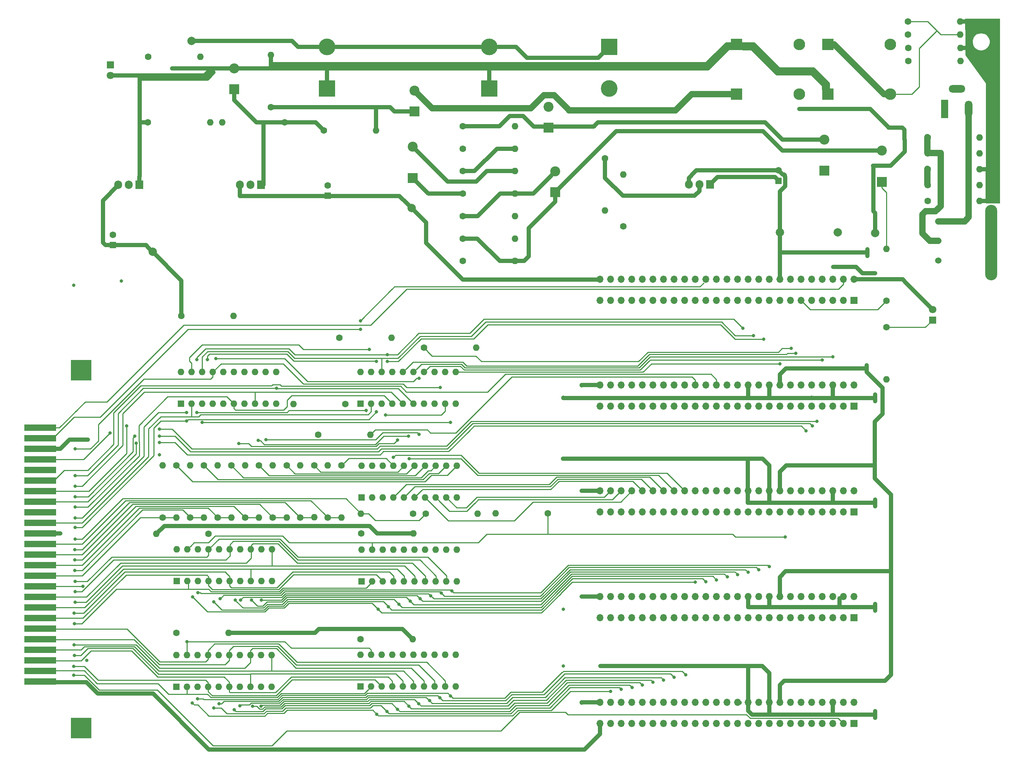
<source format=gbr>
G04 #@! TF.GenerationSoftware,KiCad,Pcbnew,5.1.8-5.1.8*
G04 #@! TF.CreationDate,2021-08-17T15:28:24-07:00*
G04 #@! TF.ProjectId,1090,31303930-2e6b-4696-9361-645f70636258,rev?*
G04 #@! TF.SameCoordinates,Original*
G04 #@! TF.FileFunction,Copper,L2,Bot*
G04 #@! TF.FilePolarity,Positive*
%FSLAX46Y46*%
G04 Gerber Fmt 4.6, Leading zero omitted, Abs format (unit mm)*
G04 Created by KiCad (PCBNEW 5.1.8-5.1.8) date 2021-08-17 15:28:24*
%MOMM*%
%LPD*%
G01*
G04 APERTURE LIST*
G04 #@! TA.AperFunction,ComponentPad*
%ADD10C,2.895600*%
G04 #@! TD*
G04 #@! TA.AperFunction,ComponentPad*
%ADD11C,1.524000*%
G04 #@! TD*
G04 #@! TA.AperFunction,ComponentPad*
%ADD12O,1.700000X1.700000*%
G04 #@! TD*
G04 #@! TA.AperFunction,ComponentPad*
%ADD13R,1.700000X1.700000*%
G04 #@! TD*
G04 #@! TA.AperFunction,ConnectorPad*
%ADD14R,7.620000X1.524000*%
G04 #@! TD*
G04 #@! TA.AperFunction,ComponentPad*
%ADD15O,4.000000X1.800000*%
G04 #@! TD*
G04 #@! TA.AperFunction,ComponentPad*
%ADD16O,1.800000X4.000000*%
G04 #@! TD*
G04 #@! TA.AperFunction,ComponentPad*
%ADD17R,1.800000X4.400000*%
G04 #@! TD*
G04 #@! TA.AperFunction,ComponentPad*
%ADD18C,1.600000*%
G04 #@! TD*
G04 #@! TA.AperFunction,ComponentPad*
%ADD19O,1.600000X1.600000*%
G04 #@! TD*
G04 #@! TA.AperFunction,ComponentPad*
%ADD20C,1.800000*%
G04 #@! TD*
G04 #@! TA.AperFunction,ComponentPad*
%ADD21R,1.800000X1.800000*%
G04 #@! TD*
G04 #@! TA.AperFunction,ComponentPad*
%ADD22O,2.800000X2.800000*%
G04 #@! TD*
G04 #@! TA.AperFunction,ComponentPad*
%ADD23R,2.800000X2.800000*%
G04 #@! TD*
G04 #@! TA.AperFunction,ComponentPad*
%ADD24C,4.000000*%
G04 #@! TD*
G04 #@! TA.AperFunction,ComponentPad*
%ADD25R,4.000000X4.000000*%
G04 #@! TD*
G04 #@! TA.AperFunction,ComponentPad*
%ADD26C,2.400000*%
G04 #@! TD*
G04 #@! TA.AperFunction,ComponentPad*
%ADD27R,2.400000X2.400000*%
G04 #@! TD*
G04 #@! TA.AperFunction,ComponentPad*
%ADD28R,5.000000X5.000000*%
G04 #@! TD*
G04 #@! TA.AperFunction,ComponentPad*
%ADD29R,1.600000X1.600000*%
G04 #@! TD*
G04 #@! TA.AperFunction,ComponentPad*
%ADD30R,1.905000X2.000000*%
G04 #@! TD*
G04 #@! TA.AperFunction,ComponentPad*
%ADD31O,1.905000X2.000000*%
G04 #@! TD*
G04 #@! TA.AperFunction,ComponentPad*
%ADD32C,2.000000*%
G04 #@! TD*
G04 #@! TA.AperFunction,ViaPad*
%ADD33C,0.800000*%
G04 #@! TD*
G04 #@! TA.AperFunction,Conductor*
%ADD34C,0.250000*%
G04 #@! TD*
G04 #@! TA.AperFunction,Conductor*
%ADD35C,1.016000*%
G04 #@! TD*
G04 #@! TA.AperFunction,Conductor*
%ADD36C,2.895600*%
G04 #@! TD*
G04 #@! TA.AperFunction,Conductor*
%ADD37C,1.524000*%
G04 #@! TD*
G04 #@! TA.AperFunction,Conductor*
%ADD38C,0.025400*%
G04 #@! TD*
G04 #@! TA.AperFunction,Conductor*
%ADD39C,0.100000*%
G04 #@! TD*
G04 APERTURE END LIST*
D10*
X532511000Y-172720000D03*
X532511000Y-187960000D03*
X532511000Y-182880000D03*
X532511000Y-177800000D03*
D11*
X519811000Y-184660001D03*
X519811000Y-179960001D03*
X519811000Y-175260000D03*
D12*
X438650000Y-290810000D03*
X438650000Y-295890000D03*
X441190000Y-290810000D03*
X441190000Y-295890000D03*
X443730000Y-290810000D03*
X443730000Y-295890000D03*
X446270000Y-290810000D03*
X446270000Y-295890000D03*
X448810000Y-290810000D03*
X448810000Y-295890000D03*
X451350000Y-290810000D03*
X451350000Y-295890000D03*
X453890000Y-290810000D03*
X453890000Y-295890000D03*
X456430000Y-290810000D03*
X456430000Y-295890000D03*
X458970000Y-290810000D03*
X458970000Y-295890000D03*
X461510000Y-290810000D03*
X461510000Y-295890000D03*
X464050000Y-290810000D03*
X464050000Y-295890000D03*
X466590000Y-290810000D03*
X466590000Y-295890000D03*
X469130000Y-290810000D03*
X469130000Y-295890000D03*
X471670000Y-290810000D03*
X471670000Y-295890000D03*
X474210000Y-290810000D03*
X474210000Y-295890000D03*
X476750000Y-290810000D03*
X476750000Y-295890000D03*
X479290000Y-290810000D03*
X479290000Y-295890000D03*
X481830000Y-290810000D03*
X481830000Y-295890000D03*
X484370000Y-290810000D03*
X484370000Y-295890000D03*
X486910000Y-290810000D03*
X486910000Y-295890000D03*
X489450000Y-290810000D03*
X489450000Y-295890000D03*
X491990000Y-290810000D03*
X491990000Y-295890000D03*
X494530000Y-290810000D03*
X494530000Y-295890000D03*
X497070000Y-290810000D03*
X497070000Y-295890000D03*
X499610000Y-290810000D03*
D13*
X499610000Y-295890000D03*
D12*
X438650000Y-189200000D03*
X438650000Y-194280000D03*
X441190000Y-189200000D03*
X441190000Y-194280000D03*
X443730000Y-189200000D03*
X443730000Y-194280000D03*
X446270000Y-189200000D03*
X446270000Y-194280000D03*
X448810000Y-189200000D03*
X448810000Y-194280000D03*
X451350000Y-189200000D03*
X451350000Y-194280000D03*
X453890000Y-189200000D03*
X453890000Y-194280000D03*
X456430000Y-189200000D03*
X456430000Y-194280000D03*
X458970000Y-189200000D03*
X458970000Y-194280000D03*
X461510000Y-189200000D03*
X461510000Y-194280000D03*
X464050000Y-189200000D03*
X464050000Y-194280000D03*
X466590000Y-189200000D03*
X466590000Y-194280000D03*
X469130000Y-189200000D03*
X469130000Y-194280000D03*
X471670000Y-189200000D03*
X471670000Y-194280000D03*
X474210000Y-189200000D03*
X474210000Y-194280000D03*
X476750000Y-189200000D03*
X476750000Y-194280000D03*
X479290000Y-189200000D03*
X479290000Y-194280000D03*
X481830000Y-189200000D03*
X481830000Y-194280000D03*
X484370000Y-189200000D03*
X484370000Y-194280000D03*
X486910000Y-189200000D03*
X486910000Y-194280000D03*
X489450000Y-189200000D03*
X489450000Y-194280000D03*
X491990000Y-189200000D03*
X491990000Y-194280000D03*
X494530000Y-189200000D03*
X494530000Y-194280000D03*
X497070000Y-189200000D03*
X497070000Y-194280000D03*
X499610000Y-189200000D03*
D13*
X499610000Y-194280000D03*
D12*
X438660000Y-214610000D03*
X438660000Y-219690000D03*
X441200000Y-214610000D03*
X441200000Y-219690000D03*
X443740000Y-214610000D03*
X443740000Y-219690000D03*
X446280000Y-214610000D03*
X446280000Y-219690000D03*
X448820000Y-214610000D03*
X448820000Y-219690000D03*
X451360000Y-214610000D03*
X451360000Y-219690000D03*
X453900000Y-214610000D03*
X453900000Y-219690000D03*
X456440000Y-214610000D03*
X456440000Y-219690000D03*
X458980000Y-214610000D03*
X458980000Y-219690000D03*
X461520000Y-214610000D03*
X461520000Y-219690000D03*
X464060000Y-214610000D03*
X464060000Y-219690000D03*
X466600000Y-214610000D03*
X466600000Y-219690000D03*
X469140000Y-214610000D03*
X469140000Y-219690000D03*
X471680000Y-214610000D03*
X471680000Y-219690000D03*
X474220000Y-214610000D03*
X474220000Y-219690000D03*
X476760000Y-214610000D03*
X476760000Y-219690000D03*
X479300000Y-214610000D03*
X479300000Y-219690000D03*
X481840000Y-214610000D03*
X481840000Y-219690000D03*
X484380000Y-214610000D03*
X484380000Y-219690000D03*
X486920000Y-214610000D03*
X486920000Y-219690000D03*
X489460000Y-214610000D03*
X489460000Y-219690000D03*
X492000000Y-214610000D03*
X492000000Y-219690000D03*
X494540000Y-214610000D03*
X494540000Y-219690000D03*
X497080000Y-214610000D03*
X497080000Y-219690000D03*
X499620000Y-214610000D03*
D13*
X499620000Y-219690000D03*
D12*
X438660000Y-240000000D03*
X438660000Y-245080000D03*
X441200000Y-240000000D03*
X441200000Y-245080000D03*
X443740000Y-240000000D03*
X443740000Y-245080000D03*
X446280000Y-240000000D03*
X446280000Y-245080000D03*
X448820000Y-240000000D03*
X448820000Y-245080000D03*
X451360000Y-240000000D03*
X451360000Y-245080000D03*
X453900000Y-240000000D03*
X453900000Y-245080000D03*
X456440000Y-240000000D03*
X456440000Y-245080000D03*
X458980000Y-240000000D03*
X458980000Y-245080000D03*
X461520000Y-240000000D03*
X461520000Y-245080000D03*
X464060000Y-240000000D03*
X464060000Y-245080000D03*
X466600000Y-240000000D03*
X466600000Y-245080000D03*
X469140000Y-240000000D03*
X469140000Y-245080000D03*
X471680000Y-240000000D03*
X471680000Y-245080000D03*
X474220000Y-240000000D03*
X474220000Y-245080000D03*
X476760000Y-240000000D03*
X476760000Y-245080000D03*
X479300000Y-240000000D03*
X479300000Y-245080000D03*
X481840000Y-240000000D03*
X481840000Y-245080000D03*
X484380000Y-240000000D03*
X484380000Y-245080000D03*
X486920000Y-240000000D03*
X486920000Y-245080000D03*
X489460000Y-240000000D03*
X489460000Y-245080000D03*
X492000000Y-240000000D03*
X492000000Y-245080000D03*
X494540000Y-240000000D03*
X494540000Y-245080000D03*
X497080000Y-240000000D03*
X497080000Y-245080000D03*
X499620000Y-240000000D03*
D13*
X499620000Y-245080000D03*
D12*
X438640000Y-265410000D03*
X438640000Y-270490000D03*
X441180000Y-265410000D03*
X441180000Y-270490000D03*
X443720000Y-265410000D03*
X443720000Y-270490000D03*
X446260000Y-265410000D03*
X446260000Y-270490000D03*
X448800000Y-265410000D03*
X448800000Y-270490000D03*
X451340000Y-265410000D03*
X451340000Y-270490000D03*
X453880000Y-265410000D03*
X453880000Y-270490000D03*
X456420000Y-265410000D03*
X456420000Y-270490000D03*
X458960000Y-265410000D03*
X458960000Y-270490000D03*
X461500000Y-265410000D03*
X461500000Y-270490000D03*
X464040000Y-265410000D03*
X464040000Y-270490000D03*
X466580000Y-265410000D03*
X466580000Y-270490000D03*
X469120000Y-265410000D03*
X469120000Y-270490000D03*
X471660000Y-265410000D03*
X471660000Y-270490000D03*
X474200000Y-265410000D03*
X474200000Y-270490000D03*
X476740000Y-265410000D03*
X476740000Y-270490000D03*
X479280000Y-265410000D03*
X479280000Y-270490000D03*
X481820000Y-265410000D03*
X481820000Y-270490000D03*
X484360000Y-265410000D03*
X484360000Y-270490000D03*
X486900000Y-265410000D03*
X486900000Y-270490000D03*
X489440000Y-265410000D03*
X489440000Y-270490000D03*
X491980000Y-265410000D03*
X491980000Y-270490000D03*
X494520000Y-265410000D03*
X494520000Y-270490000D03*
X497060000Y-265410000D03*
X497060000Y-270490000D03*
X499600000Y-265410000D03*
D13*
X499600000Y-270490000D03*
D14*
X304290000Y-240100000D03*
X304290000Y-247720000D03*
X304290000Y-237560000D03*
X304290000Y-242640000D03*
X304290000Y-245180000D03*
X304290000Y-232480000D03*
X304290000Y-229940000D03*
X304290000Y-224860000D03*
X304290000Y-235020000D03*
X304290000Y-227400000D03*
X304290000Y-285820000D03*
X304290000Y-283280000D03*
X304290000Y-280740000D03*
X304290000Y-278200000D03*
X304290000Y-275660000D03*
X304290000Y-273120000D03*
X304290000Y-270580000D03*
X304290000Y-268040000D03*
X304290000Y-265500000D03*
X304290000Y-262960000D03*
X304290000Y-260420000D03*
X304290000Y-257880000D03*
X304290000Y-255340000D03*
X304290000Y-252800000D03*
X304290000Y-250260000D03*
D15*
X524357000Y-143469000D03*
D16*
X527157000Y-148269000D03*
D17*
X521357000Y-148269000D03*
D18*
X393780000Y-245470000D03*
D19*
X381280000Y-245470000D03*
D20*
X321115000Y-140241000D03*
D21*
X321115000Y-137701000D03*
D20*
X518483000Y-196425000D03*
D21*
X518483000Y-198965000D03*
D22*
X508364000Y-132777000D03*
D23*
X493364000Y-132767000D03*
D22*
X486440000Y-132777000D03*
D23*
X471440000Y-132767000D03*
D22*
X508364000Y-144715000D03*
D23*
X493364000Y-144705000D03*
D18*
X439830000Y-160145000D03*
D19*
X439830000Y-172645000D03*
D18*
X512648000Y-133664000D03*
D19*
X525148000Y-133664000D03*
D18*
X517275000Y-162747000D03*
D19*
X529775000Y-162747000D03*
D18*
X512573000Y-127304000D03*
D19*
X525073000Y-127304000D03*
D18*
X336990000Y-274099000D03*
D19*
X349490000Y-274099000D03*
D18*
X344630000Y-250350000D03*
D19*
X332130000Y-250350000D03*
D18*
X338180000Y-198020000D03*
D19*
X350680000Y-198020000D03*
D18*
X381313000Y-250238999D03*
D19*
X393813000Y-250238999D03*
D18*
X377530000Y-219120000D03*
D19*
X365030000Y-219120000D03*
D18*
X517275000Y-170367000D03*
D19*
X529775000Y-170367000D03*
D18*
X517275000Y-155127000D03*
D19*
X529775000Y-155127000D03*
D18*
X376106000Y-203233000D03*
D19*
X388606000Y-203233000D03*
D18*
X381186000Y-275623000D03*
D19*
X393686000Y-275623000D03*
D24*
X440876000Y-143383000D03*
D25*
X440876000Y-133383000D03*
D24*
X373120000Y-133389000D03*
D25*
X373120000Y-143389000D03*
D24*
X412047000Y-133416000D03*
D25*
X412047000Y-143416000D03*
D26*
X492530000Y-155645000D03*
D27*
X492530000Y-163145000D03*
D26*
X506262000Y-158309000D03*
D27*
X506262000Y-165809000D03*
D28*
X314140000Y-211010000D03*
D29*
X381440000Y-261720000D03*
D19*
X404300000Y-254100000D03*
X383980000Y-261720000D03*
X401760000Y-254100000D03*
X386520000Y-261720000D03*
X399220000Y-254100000D03*
X389060000Y-261720000D03*
X396680000Y-254100000D03*
X391600000Y-261720000D03*
X394140000Y-254100000D03*
X394140000Y-261720000D03*
X391600000Y-254100000D03*
X396680000Y-261720000D03*
X389060000Y-254100000D03*
X399220000Y-261720000D03*
X386520000Y-254100000D03*
X401760000Y-261720000D03*
X383980000Y-254100000D03*
X404300000Y-261720000D03*
X381440000Y-254100000D03*
D29*
X381186000Y-219108000D03*
D19*
X404046000Y-211488000D03*
X383726000Y-219108000D03*
X401506000Y-211488000D03*
X386266000Y-219108000D03*
X398966000Y-211488000D03*
X388806000Y-219108000D03*
X396426000Y-211488000D03*
X391346000Y-219108000D03*
X393886000Y-211488000D03*
X393886000Y-219108000D03*
X391346000Y-211488000D03*
X396426000Y-219108000D03*
X388806000Y-211488000D03*
X398966000Y-219108000D03*
X386266000Y-211488000D03*
X401506000Y-219108000D03*
X383726000Y-211488000D03*
X404046000Y-219108000D03*
X381186000Y-211488000D03*
D28*
X314130000Y-296959000D03*
D29*
X481505000Y-165545000D03*
D18*
X481505000Y-163045000D03*
D27*
X350805000Y-143545000D03*
D26*
X350805000Y-138545000D03*
D18*
X507405000Y-194370000D03*
D19*
X507405000Y-181870000D03*
D18*
X507355000Y-200695000D03*
D19*
X507355000Y-213195000D03*
D18*
X330194000Y-135769000D03*
D19*
X342694000Y-135769000D03*
D18*
X396426000Y-205646000D03*
D19*
X408926000Y-205646000D03*
D18*
X371026000Y-226537500D03*
D19*
X383526000Y-226537500D03*
D18*
X336980000Y-233920000D03*
D19*
X336980000Y-246420000D03*
D18*
X343580000Y-233920000D03*
D19*
X343580000Y-246420000D03*
D18*
X350180000Y-233920000D03*
D19*
X350180000Y-246420000D03*
D18*
X356802000Y-233920000D03*
D19*
X356802000Y-246420000D03*
D18*
X363430000Y-233920000D03*
D19*
X363430000Y-246420000D03*
D18*
X370030000Y-233870000D03*
D19*
X370030000Y-246370000D03*
D18*
X376614000Y-233920000D03*
D19*
X376614000Y-246420000D03*
D18*
X426110000Y-245430000D03*
D19*
X413610000Y-245430000D03*
X347955000Y-151495000D03*
D18*
X362955000Y-151495000D03*
X512573000Y-130459000D03*
D19*
X525073000Y-130459000D03*
D18*
X512648000Y-136819000D03*
D19*
X525148000Y-136819000D03*
D18*
X517275000Y-166557000D03*
D19*
X529775000Y-166557000D03*
D18*
X517275000Y-158937000D03*
D19*
X529775000Y-158937000D03*
X337075000Y-254082000D03*
X359935000Y-261702000D03*
X339615000Y-254082000D03*
X357395000Y-261702000D03*
X342155000Y-254082000D03*
X354855000Y-261702000D03*
X344695000Y-254082000D03*
X352315000Y-261702000D03*
X347235000Y-254082000D03*
X349775000Y-261702000D03*
X349775000Y-254082000D03*
X347235000Y-261702000D03*
X352315000Y-254082000D03*
X344695000Y-261702000D03*
X354855000Y-254082000D03*
X342155000Y-261702000D03*
X357395000Y-254082000D03*
X339615000Y-261702000D03*
X359935000Y-254082000D03*
D29*
X337075000Y-261702000D03*
D19*
X381186000Y-279392001D03*
X404046000Y-287012001D03*
X383726000Y-279392001D03*
X401506000Y-287012001D03*
X386266000Y-279392001D03*
X398966000Y-287012001D03*
X388806000Y-279392001D03*
X396426000Y-287012001D03*
X391346000Y-279392001D03*
X393886000Y-287012001D03*
X393886000Y-279392001D03*
X391346000Y-287012001D03*
X396426000Y-279392001D03*
X388806000Y-287012001D03*
X398966000Y-279392001D03*
X386266000Y-287012001D03*
X401506000Y-279392001D03*
X383726000Y-287012001D03*
X404046000Y-279392001D03*
D29*
X381186000Y-287012001D03*
D19*
X381440000Y-233967000D03*
X404300000Y-241587000D03*
X383980000Y-233967000D03*
X401760000Y-241587000D03*
X386520000Y-233967000D03*
X399220000Y-241587000D03*
X389060000Y-233967000D03*
X396680000Y-241587000D03*
X391600000Y-233967000D03*
X394140000Y-241587000D03*
X394140000Y-233967000D03*
X391600000Y-241587000D03*
X396680000Y-233967000D03*
X389060000Y-241587000D03*
X399220000Y-233967000D03*
X386520000Y-241587000D03*
X401760000Y-233967000D03*
X383980000Y-241587000D03*
X404300000Y-233967000D03*
D29*
X381440000Y-241587000D03*
X338091000Y-219108000D03*
D19*
X360951000Y-211488000D03*
X340631000Y-219108000D03*
X358411000Y-211488000D03*
X343171000Y-219108000D03*
X355871000Y-211488000D03*
X345711000Y-219108000D03*
X353331000Y-211488000D03*
X348251000Y-219108000D03*
X350791000Y-211488000D03*
X350791000Y-219108000D03*
X348251000Y-211488000D03*
X353331000Y-219108000D03*
X345711000Y-211488000D03*
X355871000Y-219108000D03*
X343171000Y-211488000D03*
X358411000Y-219108000D03*
X340631000Y-211488000D03*
X360951000Y-219108000D03*
X338091000Y-211488000D03*
D22*
X486440000Y-144715000D03*
D23*
X471440000Y-144705000D03*
D30*
X465030000Y-166420000D03*
D31*
X462490000Y-166420000D03*
X459950000Y-166420000D03*
D30*
X328100000Y-166530000D03*
D31*
X325560000Y-166530000D03*
X323020000Y-166530000D03*
X352180000Y-166500000D03*
X354720000Y-166500000D03*
D30*
X357260000Y-166500000D03*
D18*
X330067000Y-151517000D03*
D19*
X345067000Y-151517000D03*
X359658000Y-135334000D03*
D18*
X359658000Y-147834000D03*
D19*
X336996000Y-279433000D03*
X359856000Y-287053000D03*
X339536000Y-279433000D03*
X357316000Y-287053000D03*
X342076000Y-279433000D03*
X354776000Y-287053000D03*
X344616000Y-279433000D03*
X352236000Y-287053000D03*
X347156000Y-279433000D03*
X349696000Y-287053000D03*
X349696000Y-279433000D03*
X347156000Y-287053000D03*
X352236000Y-279433000D03*
X344616000Y-287053000D03*
X354776000Y-279433000D03*
X342076000Y-287053000D03*
X357316000Y-279433000D03*
X339536000Y-287053000D03*
X359856000Y-279433000D03*
D29*
X336996000Y-287053000D03*
D26*
X394075000Y-143850000D03*
D27*
X394075000Y-148850000D03*
X426271000Y-152814000D03*
D26*
X426271000Y-147814000D03*
X427922000Y-163308000D03*
D27*
X427922000Y-168308000D03*
X393694000Y-164852000D03*
D26*
X393694000Y-157352000D03*
D29*
X373260000Y-169160000D03*
D18*
X373260000Y-166660000D03*
X321750000Y-178508000D03*
D29*
X321750000Y-181008000D03*
D19*
X384858000Y-153422000D03*
D18*
X372358000Y-153422000D03*
D19*
X444255000Y-164020000D03*
D18*
X444255000Y-176520000D03*
D19*
X418197000Y-184818000D03*
D18*
X405697000Y-184818000D03*
D19*
X418197000Y-152433000D03*
D18*
X405697000Y-152433000D03*
X405697000Y-179420500D03*
D19*
X418197000Y-179420500D03*
D18*
X405697000Y-157830500D03*
D19*
X418197000Y-157830500D03*
D18*
X405697000Y-168625500D03*
D19*
X418197000Y-168625500D03*
D18*
X405697000Y-163228000D03*
D19*
X418197000Y-163228000D03*
D18*
X405697000Y-174023000D03*
D19*
X418197000Y-174023000D03*
D18*
X333688000Y-246413000D03*
D19*
X333688000Y-233913000D03*
X340292000Y-233913000D03*
D18*
X340292000Y-246413000D03*
X346896000Y-246413000D03*
D19*
X346896000Y-233913000D03*
X353500000Y-233913000D03*
D18*
X353500000Y-246413000D03*
X360104000Y-246413000D03*
D19*
X360104000Y-233913000D03*
X366708000Y-233913000D03*
D18*
X366708000Y-246413000D03*
D19*
X373312000Y-233913000D03*
D18*
X373312000Y-246413000D03*
D19*
X409280000Y-245513000D03*
D18*
X396780000Y-245513000D03*
D32*
X393440000Y-172091000D03*
X495680000Y-177930000D03*
X331275000Y-182620000D03*
X481850000Y-177920000D03*
X340608000Y-131959000D03*
X504690000Y-178070000D03*
D33*
X315425400Y-280700000D03*
X332930000Y-231370000D03*
X323790000Y-189630000D03*
X312300000Y-190610000D03*
X312670000Y-246510000D03*
X339430000Y-221170000D03*
X341880000Y-221170000D03*
X382480000Y-220720000D03*
X384980000Y-208920000D03*
X344429998Y-208520000D03*
X341880000Y-208520000D03*
X384980000Y-221020000D03*
X387580000Y-208920000D03*
X387580000Y-207270000D03*
X312670000Y-248749998D03*
X309116000Y-250270000D03*
X383280000Y-206070000D03*
X339430000Y-223244990D03*
X504675000Y-216900000D03*
X504675000Y-218450000D03*
X504645000Y-242125000D03*
X504645000Y-243675000D03*
X504680000Y-267190000D03*
X504680000Y-268740000D03*
X504680000Y-294485000D03*
X504680000Y-292935000D03*
X486480000Y-148320000D03*
X494530000Y-186240000D03*
X504690000Y-187770000D03*
X315705000Y-227720000D03*
X429780000Y-232310000D03*
X429800000Y-217650000D03*
X429800000Y-268400000D03*
X429800000Y-282050000D03*
X314510000Y-262960000D03*
X477970000Y-203570000D03*
X472940000Y-200930000D03*
X434213000Y-290830000D03*
X434213000Y-214630000D03*
X434213000Y-265403000D03*
X434213000Y-239983000D03*
X502690000Y-209875000D03*
X502690000Y-211425000D03*
X502780000Y-183560000D03*
X502780000Y-181980000D03*
X392830000Y-232270000D03*
X389030000Y-231970000D03*
X475476800Y-202700000D03*
X483098400Y-251100000D03*
X339536000Y-276187800D03*
X390080000Y-227820000D03*
X351929982Y-228620000D03*
X485640000Y-206930000D03*
X332930000Y-228370000D03*
X488110000Y-225560000D03*
X327304963Y-228583163D03*
X321070000Y-226120000D03*
X332930000Y-225170000D03*
X490700000Y-223320000D03*
X340810000Y-290940000D03*
X385070000Y-293650000D03*
X441200000Y-288150000D03*
X345939990Y-292160010D03*
X387530000Y-293010000D03*
X443728820Y-287660000D03*
X350860005Y-292604990D03*
X390060000Y-292440000D03*
X446327820Y-287230000D03*
X392790000Y-291720000D03*
X355250002Y-291704990D03*
X448806820Y-286640000D03*
X395150000Y-291099994D03*
X357310000Y-291704997D03*
X451375820Y-285930000D03*
X397710000Y-290390000D03*
X352220000Y-291660000D03*
X453924820Y-285420000D03*
X400230000Y-289710000D03*
X347170000Y-291140000D03*
X456420000Y-284760000D03*
X402776000Y-289262800D03*
X342080000Y-289940000D03*
X459208220Y-284170000D03*
X385380000Y-268440000D03*
X340880004Y-265490004D03*
X461540000Y-261900000D03*
X387840000Y-267800000D03*
X345950002Y-266660000D03*
X464050000Y-261790000D03*
X390370000Y-267230000D03*
X351070000Y-266244990D03*
X466610000Y-261380000D03*
X393100000Y-266510000D03*
X355030000Y-266244988D03*
X469170000Y-260670000D03*
X395460000Y-265889994D03*
X357399998Y-266244988D03*
X471690000Y-260110000D03*
X398020000Y-265180000D03*
X352339998Y-266244990D03*
X474220000Y-259570000D03*
X400540000Y-264500000D03*
X347480012Y-265930012D03*
X476760000Y-258990000D03*
X403086000Y-264052800D03*
X342155008Y-264479960D03*
X479310000Y-258200000D03*
X402780000Y-223570000D03*
X481850000Y-209510000D03*
X343171000Y-223594990D03*
X395180000Y-212970000D03*
X346480000Y-208220000D03*
X325030000Y-224420000D03*
X484522820Y-205804990D03*
X312630000Y-241390000D03*
X332930000Y-226870000D03*
X489580000Y-224410000D03*
X326979952Y-226870000D03*
X395179994Y-226420000D03*
X358430000Y-227744990D03*
X491990000Y-208560000D03*
X392630000Y-226870000D03*
X356630000Y-227920000D03*
X494560000Y-207820000D03*
X312340000Y-284280000D03*
X312630000Y-238850000D03*
X360980000Y-215370000D03*
X312630000Y-236340000D03*
X312630000Y-243880000D03*
X400280000Y-215220000D03*
X312630000Y-229930000D03*
X387180000Y-221820000D03*
X312352000Y-282135400D03*
X312477400Y-279510000D03*
X312412000Y-276960000D03*
X312470000Y-271900000D03*
X312440000Y-269390000D03*
X312630000Y-266740000D03*
X312630000Y-264240000D03*
X312630000Y-261740000D03*
X312580000Y-259120000D03*
X312610000Y-256580000D03*
X312610000Y-254130000D03*
X312680000Y-251600000D03*
X381130000Y-201170000D03*
X381130000Y-199170000D03*
X506262000Y-165809000D03*
D34*
X532511000Y-172720000D02*
X532511000Y-173599990D01*
D35*
X360789370Y-147834000D02*
X360800370Y-147845000D01*
X359658000Y-147834000D02*
X360789370Y-147834000D01*
X389285000Y-148850000D02*
X394075000Y-148850000D01*
X388280000Y-147845000D02*
X389285000Y-148850000D01*
X384855000Y-152287630D02*
X384855000Y-147845000D01*
X384858000Y-153422000D02*
X384858000Y-152290630D01*
X360800370Y-147845000D02*
X384855000Y-147845000D01*
X384858000Y-152290630D02*
X384855000Y-152287630D01*
X384855000Y-147845000D02*
X388280000Y-147845000D01*
X328100000Y-164514000D02*
X328130000Y-164484000D01*
X328100000Y-166530000D02*
X328100000Y-164514000D01*
X328076000Y-140241000D02*
X321115000Y-140241000D01*
X328130000Y-140295000D02*
X328076000Y-140241000D01*
X328932630Y-151520000D02*
X328130000Y-151520000D01*
X330067000Y-151517000D02*
X328935630Y-151517000D01*
X328935630Y-151517000D02*
X328932630Y-151520000D01*
X328130000Y-164484000D02*
X328130000Y-151520000D01*
X493364000Y-142289000D02*
X492470000Y-141395000D01*
X493364000Y-144705000D02*
X493364000Y-142289000D01*
X492470000Y-141395000D02*
X492455000Y-141395000D01*
X492455000Y-141395000D02*
X489855000Y-138795000D01*
X489855000Y-138795000D02*
X481580000Y-138795000D01*
X475552000Y-132767000D02*
X471440000Y-132767000D01*
X481580000Y-138795000D02*
X475552000Y-132767000D01*
X352502056Y-138545000D02*
X350805000Y-138545000D01*
X373105000Y-140358000D02*
X373105000Y-138545000D01*
X373120000Y-140373000D02*
X373105000Y-140358000D01*
X373120000Y-143389000D02*
X373120000Y-140373000D01*
X517583001Y-195525001D02*
X517583001Y-195523001D01*
X518483000Y-196425000D02*
X517583001Y-195525001D01*
X517583001Y-195523001D02*
X512139991Y-190079991D01*
X359680000Y-136487370D02*
X359680000Y-138545000D01*
X359658000Y-136465370D02*
X359680000Y-136487370D01*
X359658000Y-135334000D02*
X359658000Y-136465370D01*
X373105000Y-138545000D02*
X359680000Y-138545000D01*
X359680000Y-138545000D02*
X352502056Y-138545000D01*
X328130000Y-151520000D02*
X328130000Y-141520000D01*
X328130000Y-141520000D02*
X328130000Y-140295000D01*
X350805000Y-138545000D02*
X345455000Y-138545000D01*
X328180000Y-140245000D02*
X328130000Y-140295000D01*
X343755000Y-140245000D02*
X328180000Y-140245000D01*
X345455000Y-138545000D02*
X343755000Y-140245000D01*
X328255000Y-140995000D02*
X328180000Y-141070000D01*
X470577000Y-133630000D02*
X469470000Y-133630000D01*
X471440000Y-132767000D02*
X470577000Y-133630000D01*
X469470000Y-133630000D02*
X464580000Y-138520000D01*
X464580000Y-138520000D02*
X335905000Y-138520000D01*
X345855000Y-139520000D02*
X344380000Y-140995000D01*
X344380000Y-140995000D02*
X328255000Y-140995000D01*
X489305000Y-139770000D02*
X481180000Y-139770000D01*
X489455000Y-139620000D02*
X489305000Y-139770000D01*
X492430000Y-142595000D02*
X489455000Y-139620000D01*
X493364000Y-144454000D02*
X492430000Y-143520000D01*
X481180000Y-139770000D02*
X475155000Y-133745000D01*
X492430000Y-143520000D02*
X492430000Y-142595000D01*
X493364000Y-144705000D02*
X493364000Y-144454000D01*
X475155000Y-133745000D02*
X473055000Y-133745000D01*
X360230000Y-137545000D02*
X360105000Y-137670000D01*
X464246000Y-137545000D02*
X360230000Y-137545000D01*
X471440000Y-132767000D02*
X469024000Y-132767000D01*
X469024000Y-132767000D02*
X464246000Y-137545000D01*
X411955000Y-138545000D02*
X373105000Y-138545000D01*
X412047000Y-143416000D02*
X412047000Y-138637000D01*
X412047000Y-138637000D02*
X411955000Y-138545000D01*
X511260000Y-189200000D02*
X499610000Y-189200000D01*
X512170000Y-190110000D02*
X511260000Y-189200000D01*
D34*
X532660000Y-184210000D02*
X532660000Y-183132370D01*
X341880000Y-221170000D02*
X363530000Y-221170000D01*
X363530000Y-221170000D02*
X363980000Y-220720000D01*
X363980000Y-220720000D02*
X382480000Y-220720000D01*
X382480000Y-221020000D02*
X382480000Y-220720000D01*
D35*
X304290000Y-250270000D02*
X309116000Y-250270000D01*
D34*
X340631000Y-209371000D02*
X340631000Y-211488000D01*
X367430000Y-206070000D02*
X366330000Y-204970000D01*
X383280000Y-206070000D02*
X367430000Y-206070000D01*
X366330000Y-204970000D02*
X343130000Y-204970000D01*
X340130000Y-207970000D02*
X340130000Y-208870000D01*
X343130000Y-204970000D02*
X340130000Y-207970000D01*
X340130000Y-208870000D02*
X340631000Y-209371000D01*
X343964315Y-205870000D02*
X363980000Y-205870000D01*
X341880000Y-208520000D02*
X341880000Y-207954315D01*
X365380000Y-207270000D02*
X387580000Y-207270000D01*
X363980000Y-205870000D02*
X365380000Y-207270000D01*
X341880000Y-207954315D02*
X343964315Y-205870000D01*
D35*
X392681630Y-250238999D02*
X392662631Y-250220000D01*
X393813000Y-250238999D02*
X392681630Y-250238999D01*
X392662631Y-250220000D02*
X385130000Y-250220000D01*
X385130000Y-250220000D02*
X383330000Y-248420000D01*
X334060000Y-248420000D02*
X332130000Y-250350000D01*
X383330000Y-248420000D02*
X334060000Y-248420000D01*
D34*
X344930000Y-207170000D02*
X344429998Y-207670002D01*
X363430000Y-207170000D02*
X344930000Y-207170000D01*
X344429998Y-207670002D02*
X344429998Y-208520000D01*
X365130000Y-208870000D02*
X363430000Y-207170000D01*
X384980000Y-208920000D02*
X384930000Y-208870000D01*
X384930000Y-208870000D02*
X365130000Y-208870000D01*
X339829999Y-222844991D02*
X339430000Y-223244990D01*
X384980000Y-221020000D02*
X383155009Y-222844991D01*
X383155009Y-222844991D02*
X339829999Y-222844991D01*
D35*
X474210000Y-290810000D02*
X474210000Y-282064618D01*
X477600000Y-282060000D02*
X474950000Y-282060000D01*
X479260000Y-283720000D02*
X477610000Y-282070000D01*
X479270000Y-290812708D02*
X479270000Y-283720000D01*
X489380000Y-217720000D02*
X489444337Y-217655663D01*
X483250000Y-217700000D02*
X496100000Y-217700000D01*
X496144337Y-267854337D02*
X496144337Y-265845241D01*
X483380000Y-293760000D02*
X496230000Y-293760000D01*
X504675000Y-218450000D02*
X504675000Y-216900000D01*
X504680000Y-268740000D02*
X504680000Y-267190000D01*
X504680000Y-294485000D02*
X504680000Y-292935000D01*
X496230000Y-293760000D02*
X504130000Y-293760000D01*
X340608000Y-131959000D02*
X364719000Y-131959000D01*
X366149000Y-133389000D02*
X373120000Y-133389000D01*
X364719000Y-131959000D02*
X366149000Y-133389000D01*
X531682000Y-162747000D02*
X529775000Y-162747000D01*
X531730000Y-162795000D02*
X531682000Y-162843000D01*
X531705000Y-162745000D02*
X531705000Y-170345000D01*
X531505000Y-127320000D02*
X532680000Y-128495000D01*
X525148000Y-133664000D02*
X526279370Y-133664000D01*
X486480000Y-148320000D02*
X503505000Y-148320000D01*
X503505000Y-148320000D02*
X507905000Y-152720000D01*
X304290000Y-229930000D02*
X309116000Y-229930000D01*
X474880000Y-282060000D02*
X438730000Y-282060000D01*
X391233000Y-273170000D02*
X393686000Y-275623000D01*
X371180000Y-273170000D02*
X391233000Y-273170000D01*
X370255000Y-274095000D02*
X371180000Y-273170000D01*
X349490000Y-274099000D02*
X350621370Y-274099000D01*
X350625370Y-274095000D02*
X370255000Y-274095000D01*
X350621370Y-274099000D02*
X350625370Y-274095000D01*
D34*
X407395000Y-202170000D02*
X410795000Y-198770000D01*
X395130000Y-202170000D02*
X407395000Y-202170000D01*
X387580000Y-207270000D02*
X390030000Y-207270000D01*
X390030000Y-207270000D02*
X395130000Y-202170000D01*
X410680000Y-198870000D02*
X410833999Y-198716001D01*
X411730000Y-200070000D02*
X411930000Y-200070000D01*
X408330000Y-203470000D02*
X411730000Y-200070000D01*
X395680000Y-203470000D02*
X408330000Y-203470000D01*
X387580000Y-208920000D02*
X390230000Y-208920000D01*
X390230000Y-208920000D02*
X395680000Y-203470000D01*
D35*
X477710000Y-232283000D02*
X474410000Y-232283000D01*
D34*
X411905000Y-200070000D02*
X467580000Y-200070000D01*
D35*
X504645000Y-243675000D02*
X504645000Y-242125000D01*
X496100000Y-217700000D02*
X504625000Y-217700000D01*
X466804999Y-164645001D02*
X465030000Y-166420000D01*
X481480000Y-165445000D02*
X480680001Y-164645001D01*
X480680001Y-164645001D02*
X466804999Y-164645001D01*
X438214000Y-136045000D02*
X440876000Y-133383000D01*
X421155000Y-136045000D02*
X438214000Y-136045000D01*
X373120000Y-133389000D02*
X418499000Y-133389000D01*
X418499000Y-133389000D02*
X421155000Y-136045000D01*
D34*
X304290000Y-262960000D02*
X314510000Y-262960000D01*
X314350000Y-246510000D02*
X312670000Y-246510000D01*
X329130000Y-231730000D02*
X314350000Y-246510000D01*
X329130000Y-224670000D02*
X329130000Y-231730000D01*
X339430000Y-221170000D02*
X332630000Y-221170000D01*
X332630000Y-221170000D02*
X329130000Y-224670000D01*
X338864315Y-223244990D02*
X339430000Y-223244990D01*
X333205010Y-223244990D02*
X338864315Y-223244990D01*
X331530000Y-224920000D02*
X333205010Y-223244990D01*
X331530000Y-231550000D02*
X331530000Y-224920000D01*
X312670000Y-248749998D02*
X314330002Y-248749998D01*
X314330002Y-248749998D02*
X331530000Y-231550000D01*
D35*
X311330000Y-227720000D02*
X315705000Y-227720000D01*
X311270000Y-227780000D02*
X311330000Y-227720000D01*
X309110000Y-229930000D02*
X311320000Y-227720000D01*
X309010000Y-229930000D02*
X309110000Y-229930000D01*
X531693000Y-170367000D02*
X531800000Y-170260000D01*
X529775000Y-170367000D02*
X531693000Y-170367000D01*
X526934000Y-127304000D02*
X526940000Y-127310000D01*
X525073000Y-127304000D02*
X526934000Y-127304000D01*
X479290000Y-265420000D02*
X479280000Y-265410000D01*
X474190000Y-267930000D02*
X474190000Y-265410000D01*
X496230000Y-267940000D02*
X504680000Y-267940000D01*
X474190000Y-267930000D02*
X474200000Y-267940000D01*
X474200000Y-267940000D02*
X496230000Y-267940000D01*
X479280000Y-267930000D02*
X479280000Y-265420000D01*
X494540000Y-242770000D02*
X494540000Y-240000000D01*
X474170000Y-242850000D02*
X474150000Y-242830000D01*
X504620000Y-242850000D02*
X474170000Y-242850000D01*
X479280000Y-233853000D02*
X477710000Y-232283000D01*
X474150000Y-242850000D02*
X474150000Y-232283000D01*
X479290000Y-242844000D02*
X479290000Y-233900000D01*
X429807000Y-232283000D02*
X429780000Y-232310000D01*
X474345000Y-232283000D02*
X429807000Y-232283000D01*
X494540000Y-217690000D02*
X494540000Y-214610000D01*
X494520000Y-217710000D02*
X494540000Y-217690000D01*
X479300000Y-217650000D02*
X479300000Y-214610000D01*
X479290000Y-217660000D02*
X479300000Y-217650000D01*
X474220000Y-217473600D02*
X474220000Y-214610000D01*
X474211800Y-217481800D02*
X474220000Y-217473600D01*
X429870000Y-217720000D02*
X429800000Y-217650000D01*
X483280000Y-217690000D02*
X429850000Y-217690000D01*
X504280000Y-162040000D02*
X504280000Y-172840000D01*
X504160000Y-161920000D02*
X504280000Y-162040000D01*
X508380000Y-161920000D02*
X504160000Y-161920000D01*
X504280000Y-172840000D02*
X504690000Y-173250000D01*
X511230000Y-152745000D02*
X511730000Y-153245000D01*
X504690000Y-173250000D02*
X504690000Y-178070000D01*
X507930000Y-152745000D02*
X511230000Y-152745000D01*
X511730000Y-153245000D02*
X511730000Y-155664842D01*
X511730000Y-155664842D02*
X511780000Y-155714842D01*
X511780000Y-155714842D02*
X511780000Y-158520000D01*
X511780000Y-158520000D02*
X508380000Y-161920000D01*
X501650000Y-187770000D02*
X504690000Y-187770000D01*
X500110000Y-186230000D02*
X501650000Y-187770000D01*
X494640000Y-186230000D02*
X500110000Y-186230000D01*
D34*
X470726001Y-198716001D02*
X472940000Y-200930000D01*
X410830000Y-198716001D02*
X470726001Y-198716001D01*
X471080000Y-203570000D02*
X477970000Y-203570000D01*
X466980000Y-200070000D02*
X467580000Y-200070000D01*
X467580000Y-200070000D02*
X471080000Y-203570000D01*
D35*
X475120000Y-293760000D02*
X483360000Y-293760000D01*
X474210000Y-292780000D02*
X474210000Y-290810000D01*
X474230000Y-292860000D02*
X475130000Y-293760000D01*
X479270000Y-293740000D02*
X479270000Y-290770000D01*
X494530000Y-293750000D02*
X494530000Y-290810000D01*
D36*
X532536400Y-177774600D02*
X532511000Y-177800000D01*
X532536400Y-172745400D02*
X532536400Y-177774600D01*
X532511000Y-172720000D02*
X532536400Y-172745400D01*
X532536400Y-183008770D02*
X532536400Y-176713600D01*
X532536400Y-182905400D02*
X532511000Y-182880000D01*
X532536400Y-187934600D02*
X532536400Y-182905400D01*
X532511000Y-187960000D02*
X532536400Y-187934600D01*
D35*
X419328370Y-184818000D02*
X419349370Y-184797000D01*
X418197000Y-184818000D02*
X419328370Y-184818000D01*
X419349370Y-184797000D02*
X420451000Y-184797000D01*
X420451000Y-184797000D02*
X421551000Y-183697000D01*
X421551000Y-183697000D02*
X421551000Y-176947000D01*
X414597000Y-184818000D02*
X418197000Y-184818000D01*
X405697000Y-179420500D02*
X409199500Y-179420500D01*
X409199500Y-179420500D02*
X414597000Y-184818000D01*
X427922000Y-170594000D02*
X427922000Y-168308000D01*
X421572000Y-176944000D02*
X427922000Y-170594000D01*
X427922000Y-168268000D02*
X442545000Y-153645000D01*
X427922000Y-168308000D02*
X427922000Y-168268000D01*
X442545000Y-153645000D02*
X477730000Y-153645000D01*
X477730000Y-153645000D02*
X482230000Y-158145000D01*
X506248000Y-158295000D02*
X506262000Y-158309000D01*
X482155000Y-158070000D02*
X482380000Y-158295000D01*
X482380000Y-158295000D02*
X506248000Y-158295000D01*
X416928000Y-150020000D02*
X417508000Y-150020000D01*
X414526000Y-152422000D02*
X416928000Y-150020000D01*
X406839370Y-152422000D02*
X414526000Y-152422000D01*
X405697000Y-152433000D02*
X406828370Y-152433000D01*
X406828370Y-152433000D02*
X406839370Y-152422000D01*
X417000000Y-150020000D02*
X420048000Y-150020000D01*
X437126000Y-152560000D02*
X437253000Y-152433000D01*
X420149000Y-150020000D02*
X422689000Y-152560000D01*
X422689000Y-152560000D02*
X437126000Y-152560000D01*
X482455000Y-155645000D02*
X492530000Y-155645000D01*
X478305000Y-151495000D02*
X482455000Y-155645000D01*
X437193000Y-152433000D02*
X438131000Y-151495000D01*
X438131000Y-151495000D02*
X478305000Y-151495000D01*
X393694000Y-164852000D02*
X393694000Y-164859000D01*
X393694000Y-164859000D02*
X397333500Y-168498500D01*
X397455500Y-168625500D02*
X405697000Y-168625500D01*
X397390000Y-168560000D02*
X397455500Y-168625500D01*
X413917500Y-157830500D02*
X418197000Y-157830500D01*
X405697000Y-163228000D02*
X408520000Y-163228000D01*
X408520000Y-163228000D02*
X413917500Y-157830500D01*
X414672500Y-168625500D02*
X418197000Y-168625500D01*
X409276000Y-174022000D02*
X414672500Y-168625500D01*
X405697000Y-174023000D02*
X406828370Y-174023000D01*
X406829370Y-174022000D02*
X409276000Y-174022000D01*
X406828370Y-174023000D02*
X406829370Y-174022000D01*
X426171000Y-165059000D02*
X427922000Y-163308000D01*
X418197000Y-168625500D02*
X422604500Y-168625500D01*
X422604500Y-168625500D02*
X426171000Y-165059000D01*
X402037000Y-165695000D02*
X393694000Y-157352000D01*
X462490000Y-168010000D02*
X462490000Y-166420000D01*
X461355000Y-169145000D02*
X462490000Y-168010000D01*
X444130000Y-169145000D02*
X461355000Y-169145000D01*
X439830000Y-160145000D02*
X439830000Y-164845000D01*
X439830000Y-164845000D02*
X444130000Y-169145000D01*
X402170000Y-165750000D02*
X402120000Y-165700000D01*
X408898000Y-165750000D02*
X402170000Y-165750000D01*
X411426000Y-163222000D02*
X408898000Y-165750000D01*
X417059630Y-163222000D02*
X411426000Y-163222000D01*
X418197000Y-163228000D02*
X417065630Y-163228000D01*
X417065630Y-163228000D02*
X417059630Y-163222000D01*
X370431000Y-151495000D02*
X372358000Y-153422000D01*
X362955000Y-151495000D02*
X370431000Y-151495000D01*
X350805000Y-143545000D02*
X350805000Y-146145000D01*
X350805000Y-146145000D02*
X356155000Y-151495000D01*
X357880000Y-151545000D02*
X357930000Y-151495000D01*
X357880000Y-166503000D02*
X357880000Y-151545000D01*
X356155000Y-151495000D02*
X357930000Y-151495000D01*
X357930000Y-151495000D02*
X362955000Y-151495000D01*
X390480000Y-169170000D02*
X370580000Y-169170000D01*
X393440000Y-172091000D02*
X392440001Y-171091001D01*
X392401001Y-171091001D02*
X390480000Y-169170000D01*
X392440001Y-171091001D02*
X392401001Y-171091001D01*
X352200000Y-169170000D02*
X352180000Y-169190000D01*
X370580000Y-169170000D02*
X352200000Y-169170000D01*
X352180000Y-169190000D02*
X352180000Y-166503000D01*
X434233000Y-290810000D02*
X434213000Y-290830000D01*
X438643328Y-290810000D02*
X434233000Y-290810000D01*
X434233000Y-214610000D02*
X434213000Y-214630000D01*
X438668078Y-214610000D02*
X434233000Y-214610000D01*
X434220000Y-265410000D02*
X434213000Y-265403000D01*
X438640000Y-265410000D02*
X434220000Y-265410000D01*
X434230000Y-240000000D02*
X434213000Y-239983000D01*
X438660000Y-240000000D02*
X434230000Y-240000000D01*
X438650000Y-189200000D02*
X438570000Y-189280000D01*
X438570000Y-189280000D02*
X407220000Y-189280000D01*
X407590000Y-189280000D02*
X405690000Y-189280000D01*
X396905000Y-175556000D02*
X393440000Y-172091000D01*
X396905000Y-180495000D02*
X396905000Y-175556000D01*
X405690000Y-189280000D02*
X396905000Y-180495000D01*
X338180000Y-198020000D02*
X338180000Y-189520000D01*
X331280000Y-182620000D02*
X331275000Y-182620000D01*
X338180000Y-189520000D02*
X331280000Y-182620000D01*
X329643000Y-181008000D02*
X321750000Y-181008000D01*
X330255001Y-181620001D02*
X329643000Y-181008000D01*
X331275000Y-182620000D02*
X330275001Y-181620001D01*
X330275001Y-181620001D02*
X330255001Y-181620001D01*
X323020000Y-166577500D02*
X323020000Y-166530000D01*
X319327500Y-170270000D02*
X323020000Y-166577500D01*
X319330000Y-170270000D02*
X319327500Y-170270000D01*
X321750000Y-181008000D02*
X319934000Y-181008000D01*
X319330000Y-180404000D02*
X319330000Y-170270000D01*
X319934000Y-181008000D02*
X319330000Y-180404000D01*
X502690000Y-211425000D02*
X502690000Y-209875000D01*
X502780000Y-182760000D02*
X502780000Y-183560000D01*
X481820000Y-260690000D02*
X483220000Y-259290000D01*
X481820000Y-265414578D02*
X481820000Y-260690000D01*
X504360000Y-285640000D02*
X505735000Y-285640000D01*
X508480000Y-284180000D02*
X508480000Y-240905000D01*
X459950000Y-164875000D02*
X459950000Y-166420000D01*
X461271009Y-163553991D02*
X459950000Y-164875000D01*
X461755000Y-163045000D02*
X460830000Y-163970000D01*
X481505000Y-163045000D02*
X461755000Y-163045000D01*
X482840000Y-285640000D02*
X504460000Y-285640000D01*
X481830000Y-290810000D02*
X481830000Y-286650000D01*
X481830000Y-286650000D02*
X482840000Y-285640000D01*
X508510000Y-259290000D02*
X508520000Y-259280000D01*
X483210000Y-259290000D02*
X508510000Y-259290000D01*
X508470000Y-284200000D02*
X508470000Y-284180000D01*
X505765000Y-285640000D02*
X507030000Y-285640000D01*
X507030000Y-285640000D02*
X508470000Y-284200000D01*
X481830000Y-189199991D02*
X481830000Y-182730000D01*
X482871401Y-164036999D02*
X482496999Y-164036999D01*
X483013001Y-164178599D02*
X482871401Y-164036999D01*
X482496999Y-164036999D02*
X481505000Y-163045000D01*
X481860000Y-182790000D02*
X481830000Y-182760000D01*
X481830000Y-168110000D02*
X483110000Y-166830000D01*
X481830000Y-182760000D02*
X481830000Y-168110000D01*
X483110000Y-166830000D02*
X483110000Y-164650000D01*
X483110000Y-164650000D02*
X483013001Y-164553001D01*
X483013001Y-164553001D02*
X483013001Y-164178599D01*
X502480000Y-182770000D02*
X481830000Y-182770000D01*
X502780000Y-182930000D02*
X502780000Y-181980000D01*
X481850000Y-214602404D02*
X481850000Y-212030000D01*
X502640000Y-210580000D02*
X502680000Y-210620000D01*
X483250000Y-210630000D02*
X502670000Y-210630000D01*
X481850000Y-212030000D02*
X483250000Y-210630000D01*
X504640000Y-237050000D02*
X504640000Y-236990000D01*
X508470000Y-240920000D02*
X508470000Y-240880000D01*
X508470000Y-240880000D02*
X504640000Y-237050000D01*
X483330000Y-233880000D02*
X504630000Y-233880000D01*
X481830000Y-240022828D02*
X481830000Y-235380000D01*
X481830000Y-235380000D02*
X483330000Y-233880000D01*
X502690000Y-211450000D02*
X502690000Y-211425000D01*
X506480000Y-215240000D02*
X502690000Y-211450000D01*
X506480000Y-221505000D02*
X506480000Y-215240000D01*
X504630000Y-223355000D02*
X506480000Y-221505000D01*
X504650000Y-237040000D02*
X504630000Y-237020000D01*
X504630000Y-237020000D02*
X504630000Y-223355000D01*
D34*
X516730000Y-200695000D02*
X507405000Y-200695000D01*
X518483000Y-198965000D02*
X518460000Y-198965000D01*
X518460000Y-198965000D02*
X516730000Y-200695000D01*
X403500001Y-234766999D02*
X404300000Y-233967000D01*
X401997011Y-236269989D02*
X403500001Y-234766999D01*
X398186451Y-236269989D02*
X401997011Y-236269989D01*
X396636440Y-237820000D02*
X398186451Y-236269989D01*
X340880000Y-237820000D02*
X396636440Y-237820000D01*
X336980000Y-233920000D02*
X340880000Y-237820000D01*
X399907022Y-235819978D02*
X400960001Y-234766999D01*
X397645862Y-235819978D02*
X399907022Y-235819978D01*
X396175840Y-237290000D02*
X397645862Y-235819978D01*
X346990585Y-237290000D02*
X396175840Y-237290000D01*
X400960001Y-234766999D02*
X401760000Y-233967000D01*
X344420584Y-234719999D02*
X346990585Y-237290000D01*
X344379999Y-234719999D02*
X344420584Y-234719999D01*
X343580000Y-233920000D02*
X344379999Y-234719999D01*
X398047000Y-235140000D02*
X399220000Y-233967000D01*
X397420768Y-235140000D02*
X398047000Y-235140000D01*
X353203004Y-236820000D02*
X395740768Y-236820000D01*
X395740768Y-236820000D02*
X397420768Y-235140000D01*
X353087940Y-236819440D02*
X353237800Y-236819440D01*
X350188500Y-233920000D02*
X353087940Y-236819440D01*
X350180000Y-233920000D02*
X350188500Y-233920000D01*
X394277011Y-236369989D02*
X395880001Y-234766999D01*
X359251989Y-236369989D02*
X394277011Y-236369989D01*
X356802000Y-233920000D02*
X359251989Y-236369989D01*
X395880001Y-234766999D02*
X396680000Y-233967000D01*
X365429978Y-235919978D02*
X392187022Y-235919978D01*
X363430000Y-233920000D02*
X365429978Y-235919978D01*
X392187022Y-235919978D02*
X394140000Y-233967000D01*
X370030000Y-233870000D02*
X371629967Y-235469967D01*
X371629967Y-235469967D02*
X390097033Y-235469967D01*
X390097033Y-235469967D02*
X391600000Y-233967000D01*
X377413999Y-233120001D02*
X377429999Y-233120001D01*
X376614000Y-233920000D02*
X377413999Y-233120001D01*
X377429999Y-233120001D02*
X378330000Y-232220000D01*
X387313000Y-232220000D02*
X389060000Y-233967000D01*
X378330000Y-232220000D02*
X387313000Y-232220000D01*
X406530000Y-244070000D02*
X408230000Y-242370000D01*
X404230000Y-244070000D02*
X406530000Y-244070000D01*
X402559999Y-242399999D02*
X404230000Y-244070000D01*
X401760000Y-241587000D02*
X402559999Y-242386999D01*
X402559999Y-242386999D02*
X402559999Y-242399999D01*
X439670000Y-241530000D02*
X441200000Y-240000000D01*
X408255000Y-242370000D02*
X409095000Y-241530000D01*
X409095000Y-241530000D02*
X439670000Y-241530000D01*
X406630000Y-244920000D02*
X408580000Y-242970000D01*
X402530000Y-244920000D02*
X406630000Y-244920000D01*
X400019999Y-242409999D02*
X402530000Y-244920000D01*
X399220000Y-241587000D02*
X400019999Y-242386999D01*
X400019999Y-242386999D02*
X400019999Y-242409999D01*
X441640000Y-242100000D02*
X443740000Y-240000000D01*
X408580000Y-242995000D02*
X409475000Y-242100000D01*
X409475000Y-242100000D02*
X441640000Y-242100000D01*
X443600000Y-242680000D02*
X446280000Y-240000000D01*
X432385002Y-242680000D02*
X443600000Y-242680000D01*
X422570000Y-242680000D02*
X432390000Y-242680000D01*
X418080000Y-247170000D02*
X422570000Y-242680000D01*
X402230000Y-247170000D02*
X418080000Y-247170000D01*
X396680000Y-241620000D02*
X402230000Y-247170000D01*
X396680000Y-241587000D02*
X396680000Y-241620000D01*
X394779999Y-241526999D02*
X394779999Y-241559999D01*
X393980000Y-240727000D02*
X394779999Y-241526999D01*
X395917000Y-239810000D02*
X395920000Y-239810000D01*
X394140000Y-241587000D02*
X395917000Y-239810000D01*
X395910000Y-239820000D02*
X395920000Y-239810000D01*
X448820000Y-239995000D02*
X448820000Y-240000000D01*
X446495000Y-237670000D02*
X448820000Y-239995000D01*
X441890000Y-237680000D02*
X441900000Y-237670000D01*
X441900000Y-237670000D02*
X446495000Y-237670000D01*
X428790000Y-237670000D02*
X441920000Y-237670000D01*
X396088742Y-239654080D02*
X426805920Y-239654080D01*
X426805920Y-239654080D02*
X428790000Y-237670000D01*
X395932822Y-239810000D02*
X396088742Y-239654080D01*
X395920000Y-239810000D02*
X395932822Y-239810000D01*
X428530000Y-237180000D02*
X448540000Y-237180000D01*
X426701080Y-239008920D02*
X428530000Y-237180000D01*
X397400022Y-239008920D02*
X426701080Y-239008920D01*
X448540000Y-237180000D02*
X451360000Y-240000000D01*
X396436527Y-239008920D02*
X397469360Y-239008920D01*
X394178080Y-239008920D02*
X396436527Y-239008920D01*
X391600000Y-241587000D02*
X394178080Y-239008920D01*
X450620000Y-236720000D02*
X453900000Y-240000000D01*
X428210000Y-236720000D02*
X450620000Y-236720000D01*
X426441780Y-238488220D02*
X428210000Y-236720000D01*
X392158780Y-238488220D02*
X426441780Y-238488220D01*
X389060000Y-241587000D02*
X392158780Y-238488220D01*
X452680000Y-236240000D02*
X456440000Y-240000000D01*
X409250000Y-236240000D02*
X452680000Y-236240000D01*
X392830000Y-232270000D02*
X405280000Y-232270000D01*
X405280000Y-232270000D02*
X409250000Y-236240000D01*
X409590000Y-235730000D02*
X409620000Y-235730000D01*
X405280000Y-231420000D02*
X409590000Y-235730000D01*
X389030000Y-231970000D02*
X389580000Y-231420000D01*
X389580000Y-231420000D02*
X405280000Y-231420000D01*
X454710000Y-235730000D02*
X458980000Y-240000000D01*
X409600000Y-235730000D02*
X454710000Y-235730000D01*
X461520000Y-213415800D02*
X461520000Y-214610000D01*
X460724200Y-212620000D02*
X461520000Y-213415800D01*
X417480000Y-212620000D02*
X460724200Y-212620000D01*
X404030000Y-226070000D02*
X417480000Y-212620000D01*
X384325999Y-225737501D02*
X384325999Y-225724001D01*
X383526000Y-226537500D02*
X384325999Y-225737501D01*
X384325999Y-225724001D02*
X384680000Y-225370000D01*
X384680000Y-225370000D02*
X397230000Y-225370000D01*
X397230000Y-225370000D02*
X397930000Y-226070000D01*
X397930000Y-226070000D02*
X404030000Y-226070000D01*
D35*
X472172337Y-290873045D02*
X472180000Y-290865382D01*
X476490337Y-290873045D02*
X476480000Y-290862708D01*
D34*
X386266000Y-208184000D02*
X386280000Y-208170000D01*
X386266000Y-211488000D02*
X386266000Y-208184000D01*
X386280000Y-208170000D02*
X390080000Y-208170000D01*
X395576000Y-202870000D02*
X407780000Y-202870000D01*
X411180000Y-199470000D02*
X467830000Y-199470000D01*
X407780000Y-202870000D02*
X411180000Y-199470000D01*
X395430000Y-202870000D02*
X395580000Y-202870000D01*
X389980000Y-208170000D02*
X390130000Y-208170000D01*
X390130000Y-208170000D02*
X395430000Y-202870000D01*
X365330000Y-208170000D02*
X386280000Y-208170000D01*
X363680000Y-206520000D02*
X365330000Y-208170000D01*
X344480000Y-206520000D02*
X363680000Y-206520000D01*
X343171000Y-211488000D02*
X343171000Y-207829000D01*
X343171000Y-207829000D02*
X344480000Y-206520000D01*
X471080000Y-202700000D02*
X475476800Y-202700000D01*
X467850000Y-199470000D02*
X471080000Y-202700000D01*
X383726000Y-278260631D02*
X383247369Y-277782000D01*
X383726000Y-279392001D02*
X383726000Y-278260631D01*
X383247369Y-277782000D02*
X364574400Y-277782000D01*
X364574400Y-277782000D02*
X362974200Y-276181800D01*
X362974200Y-276181800D02*
X339530000Y-276181800D01*
X339536000Y-276187800D02*
X339536000Y-279433000D01*
X339530000Y-276181800D02*
X339536000Y-276187800D01*
X340414999Y-253282001D02*
X340417999Y-253282001D01*
X339615000Y-254082000D02*
X340414999Y-253282001D01*
X340417999Y-253282001D02*
X341230000Y-252470000D01*
X341230000Y-252470000D02*
X344630000Y-252470000D01*
X344630000Y-252470000D02*
X346280000Y-250820000D01*
X346280000Y-250820000D02*
X362480000Y-250820000D01*
X362480000Y-250820000D02*
X364080000Y-252420000D01*
X364080000Y-252420000D02*
X383930000Y-252420000D01*
X383980000Y-252470000D02*
X383980000Y-254100000D01*
X383930000Y-252420000D02*
X383980000Y-252470000D01*
X411430000Y-250470000D02*
X411505000Y-250395000D01*
X411469000Y-250420000D02*
X411480000Y-250420000D01*
X383930000Y-252420000D02*
X409469000Y-252420000D01*
X409469000Y-252420000D02*
X411469000Y-250420000D01*
X471160000Y-251100000D02*
X483098400Y-251100000D01*
X411530000Y-250395000D02*
X470455000Y-250395000D01*
X470455000Y-250395000D02*
X471160000Y-251100000D01*
X426110000Y-250380000D02*
X426110000Y-245430000D01*
X355030010Y-229320010D02*
X354330000Y-228620000D01*
X389230000Y-228670000D02*
X385566410Y-228670000D01*
X390080000Y-227820000D02*
X389230000Y-228670000D01*
X384916400Y-229320010D02*
X355030010Y-229320010D01*
X352729980Y-228620000D02*
X351929982Y-228620000D01*
X385566410Y-228670000D02*
X384916400Y-229320010D01*
X354330000Y-228620000D02*
X352729980Y-228620000D01*
X392145999Y-210688001D02*
X392161999Y-210688001D01*
X391346000Y-211488000D02*
X392145999Y-210688001D01*
X392161999Y-210688001D02*
X393780000Y-209070000D01*
X393780000Y-209070000D02*
X405680000Y-209070000D01*
X405680000Y-209070000D02*
X406630000Y-210020000D01*
X450130000Y-207620000D02*
X450180000Y-207570000D01*
X447730000Y-210020000D02*
X450180000Y-207570000D01*
X406630000Y-210020000D02*
X447730000Y-210020000D01*
X483650000Y-206930000D02*
X485640000Y-206930000D01*
X483330000Y-207250000D02*
X483650000Y-206930000D01*
X450180000Y-207570000D02*
X450500000Y-207250000D01*
X450500000Y-207250000D02*
X483330000Y-207250000D01*
X402330000Y-230520000D02*
X407280000Y-225570000D01*
X386680000Y-230520000D02*
X402330000Y-230520000D01*
X385880000Y-231320000D02*
X386680000Y-230520000D01*
X339580000Y-231320000D02*
X385880000Y-231320000D01*
X332930000Y-228370000D02*
X336630000Y-228370000D01*
X336630000Y-228370000D02*
X339580000Y-231320000D01*
X407155000Y-225695000D02*
X407280000Y-225570000D01*
X327304963Y-229148848D02*
X327304963Y-228583163D01*
X327304963Y-231085037D02*
X327304963Y-229148848D01*
X304290000Y-242640000D02*
X315750000Y-242640000D01*
X315750000Y-242640000D02*
X327304963Y-231085037D01*
X486980000Y-224430000D02*
X488110000Y-225560000D01*
X407280000Y-225570000D02*
X408420000Y-224430000D01*
X408420000Y-224430000D02*
X486980000Y-224430000D01*
X321070000Y-226140000D02*
X321070000Y-226120000D01*
X304290000Y-232480000D02*
X314730000Y-232480000D01*
X314730000Y-232480000D02*
X321070000Y-226140000D01*
X407730000Y-223320000D02*
X490700000Y-223320000D01*
X335930000Y-225170000D02*
X340680000Y-229920000D01*
X332930000Y-225170000D02*
X335930000Y-225170000D01*
X340680000Y-229920000D02*
X385180000Y-229920000D01*
X385180000Y-229920000D02*
X385830000Y-229270000D01*
X385830000Y-229270000D02*
X401780000Y-229270000D01*
X401780000Y-229270000D02*
X407730000Y-223320000D01*
X308850000Y-224860000D02*
X313320000Y-220390000D01*
X304290000Y-224860000D02*
X308850000Y-224860000D01*
X497070000Y-190400000D02*
X497070000Y-189200000D01*
X495920000Y-191550000D02*
X497070000Y-190400000D01*
X315090000Y-218620000D02*
X320280000Y-218620000D01*
X312590000Y-221120000D02*
X315090000Y-218620000D01*
X320280000Y-218620000D02*
X338730000Y-200170000D01*
X338730000Y-200170000D02*
X383630000Y-200170000D01*
X383630000Y-200170000D02*
X392250000Y-191550000D01*
X392250000Y-191550000D02*
X495920000Y-191550000D01*
D35*
X434950000Y-302120000D02*
X434930000Y-302120000D01*
X438650000Y-295890000D02*
X438650000Y-298420000D01*
X438650000Y-298420000D02*
X434950000Y-302120000D01*
X434910000Y-302130000D02*
X434940000Y-302100000D01*
X303980000Y-285950000D02*
X315370000Y-285950000D01*
X303970000Y-285940000D02*
X303980000Y-285950000D01*
X315370000Y-285950000D02*
X318110000Y-288690000D01*
X318110000Y-288690000D02*
X331350000Y-288690000D01*
X331350000Y-288690000D02*
X344790000Y-302130000D01*
X344790000Y-302130000D02*
X434910000Y-302130000D01*
D34*
X340810000Y-290940000D02*
X340810000Y-290960000D01*
X340810000Y-290960000D02*
X341260000Y-291410000D01*
X341260000Y-291410000D02*
X342130000Y-291410000D01*
X342130000Y-291410000D02*
X344780000Y-294060000D01*
X344780000Y-294060000D02*
X358180000Y-294060000D01*
X358180000Y-294060000D02*
X358830000Y-293410000D01*
X358830000Y-293410000D02*
X362760000Y-293410000D01*
X362760000Y-293410000D02*
X363510000Y-292660000D01*
X363510000Y-292660000D02*
X384080000Y-292660000D01*
X384080000Y-292660000D02*
X385070000Y-293650000D01*
X431500000Y-288150000D02*
X441200000Y-288150000D01*
X426955000Y-292695000D02*
X431500000Y-288150000D01*
X418980000Y-292695000D02*
X426955000Y-292695000D01*
X417655000Y-294020000D02*
X418980000Y-292695000D01*
X385070000Y-293650000D02*
X385440000Y-294020000D01*
X385440000Y-294020000D02*
X417655000Y-294020000D01*
X345939990Y-292160010D02*
X347740010Y-292160010D01*
X349090000Y-293510000D02*
X349050000Y-293470000D01*
X357970000Y-293510000D02*
X349090000Y-293510000D01*
X358600000Y-292880000D02*
X357970000Y-293510000D01*
X362460000Y-292880000D02*
X358600000Y-292880000D01*
X363230000Y-292110000D02*
X362460000Y-292880000D01*
X347740010Y-292160010D02*
X349050000Y-293470000D01*
X386080000Y-291560000D02*
X384090000Y-291560000D01*
X384090000Y-291560000D02*
X383540000Y-292110000D01*
X387530000Y-293010000D02*
X386080000Y-291560000D01*
X383540000Y-292110000D02*
X363230000Y-292110000D01*
X387530000Y-293010000D02*
X388040000Y-293520000D01*
X443338820Y-287270000D02*
X443728820Y-287660000D01*
X388054289Y-293520000D02*
X417255000Y-293520000D01*
X388040000Y-293505711D02*
X388054289Y-293520000D01*
X417255000Y-293520000D02*
X418655000Y-292120000D01*
X418655000Y-292120000D02*
X426580000Y-292120000D01*
X426580000Y-292120000D02*
X431430000Y-287270000D01*
X431430000Y-287270000D02*
X443338820Y-287270000D01*
X357719423Y-293004989D02*
X358394416Y-292329996D01*
X358394416Y-292329996D02*
X362253678Y-292329996D01*
X351260004Y-293004989D02*
X357719423Y-293004989D01*
X388670000Y-291050000D02*
X389660001Y-292040001D01*
X363043674Y-291540000D02*
X383373590Y-291540000D01*
X389660001Y-292040001D02*
X390060000Y-292440000D01*
X350860005Y-292604990D02*
X351260004Y-293004989D01*
X383863590Y-291050000D02*
X388670000Y-291050000D01*
X362253678Y-292329996D02*
X363043674Y-291540000D01*
X383373590Y-291540000D02*
X383863590Y-291050000D01*
X390060000Y-292440000D02*
X390515000Y-292895000D01*
X390580000Y-292945000D02*
X417005000Y-292945000D01*
X390530000Y-292895000D02*
X390580000Y-292945000D01*
X417005000Y-292945000D02*
X418430000Y-291520000D01*
X426305000Y-291520000D02*
X431155000Y-286670000D01*
X418455000Y-291520000D02*
X426305000Y-291520000D01*
X445767820Y-286670000D02*
X446327820Y-287230000D01*
X431130000Y-286670000D02*
X445767820Y-286670000D01*
X355815687Y-291704990D02*
X355250002Y-291704990D01*
X356961998Y-292429999D02*
X356236989Y-291704990D01*
X357658002Y-292429999D02*
X356961998Y-292429999D01*
X358208016Y-291879985D02*
X357658002Y-292429999D01*
X391640000Y-290570000D02*
X383610000Y-290570000D01*
X362937262Y-291010000D02*
X362067278Y-291879985D01*
X392790000Y-291720000D02*
X391640000Y-290570000D01*
X356236989Y-291704990D02*
X355815687Y-291704990D01*
X362067278Y-291879985D02*
X358208016Y-291879985D01*
X383610000Y-290570000D02*
X383170000Y-291010000D01*
X383170000Y-291010000D02*
X362937262Y-291010000D01*
X393340000Y-292270000D02*
X394230000Y-292270000D01*
X392790000Y-291720000D02*
X393340000Y-292270000D01*
X418155000Y-290920000D02*
X425505000Y-290920000D01*
X393399054Y-292270000D02*
X416805000Y-292270000D01*
X416805000Y-292270000D02*
X418155000Y-290920000D01*
X430780000Y-286070000D02*
X430855000Y-286070000D01*
X425505000Y-290920000D02*
X425930000Y-290920000D01*
X425930000Y-290920000D02*
X430780000Y-286070000D01*
X448236820Y-286070000D02*
X448806820Y-286640000D01*
X430830000Y-286070000D02*
X448236820Y-286070000D01*
X357585023Y-291429974D02*
X357310000Y-291704997D01*
X361880878Y-291429974D02*
X357585023Y-291429974D01*
X394130006Y-290080000D02*
X383320000Y-290080000D01*
X395150000Y-291099994D02*
X394130006Y-290080000D01*
X382850000Y-290550000D02*
X362760852Y-290550000D01*
X383320000Y-290080000D02*
X382850000Y-290550000D01*
X362760852Y-290550000D02*
X361880878Y-291429974D01*
X425780000Y-290245000D02*
X430555000Y-285470000D01*
X425755000Y-290270000D02*
X425780000Y-290245000D01*
X417880000Y-290270000D02*
X425755000Y-290270000D01*
X416505000Y-291645000D02*
X417880000Y-290270000D01*
X395150000Y-291099994D02*
X395695006Y-291645000D01*
X395695006Y-291645000D02*
X416505000Y-291645000D01*
X450915820Y-285470000D02*
X451375820Y-285930000D01*
X430530000Y-285470000D02*
X450915820Y-285470000D01*
X352460000Y-291420000D02*
X354481988Y-291420000D01*
X397310001Y-289990001D02*
X397710000Y-290390000D01*
X383057233Y-289590001D02*
X396910001Y-289590001D01*
X354922025Y-290979963D02*
X361694478Y-290979963D01*
X354481988Y-291420000D02*
X354922025Y-290979963D01*
X396910001Y-289590001D02*
X397310001Y-289990001D01*
X352220000Y-291660000D02*
X352460000Y-291420000D01*
X382567234Y-290080000D02*
X383057233Y-289590001D01*
X362594441Y-290080000D02*
X382567234Y-290080000D01*
X361694478Y-290979963D02*
X362594441Y-290080000D01*
X397710000Y-290390000D02*
X398340000Y-291020000D01*
X453374820Y-284870000D02*
X453924820Y-285420000D01*
X430180000Y-284870000D02*
X453374820Y-284870000D01*
X425480000Y-289570000D02*
X430180000Y-284870000D01*
X417680000Y-289570000D02*
X425480000Y-289570000D01*
X398355000Y-291020000D02*
X416230000Y-291020000D01*
X416230000Y-291020000D02*
X417680000Y-289570000D01*
X347180000Y-291150000D02*
X347170000Y-291140000D01*
X361508078Y-290529952D02*
X348410048Y-290529952D01*
X399659990Y-289139990D02*
X382870833Y-289139990D01*
X382870833Y-289139990D02*
X382430823Y-289580000D01*
X362458031Y-289580000D02*
X362408041Y-289629989D01*
X348410048Y-290529952D02*
X347790000Y-291150000D01*
X362408041Y-289629989D02*
X361508078Y-290529952D01*
X347790000Y-291150000D02*
X347180000Y-291150000D01*
X400230000Y-289710000D02*
X399659990Y-289139990D01*
X382430823Y-289580000D02*
X362458031Y-289580000D01*
X455550000Y-283890000D02*
X456420000Y-284760000D01*
X430210000Y-283890000D02*
X455550000Y-283890000D01*
X425180000Y-288920000D02*
X430210000Y-283890000D01*
X400915000Y-290395000D02*
X401330000Y-290395000D01*
X400230000Y-289710000D02*
X400915000Y-290395000D01*
X401330000Y-290395000D02*
X401332382Y-290392618D01*
X401332382Y-290392618D02*
X415982382Y-290392618D01*
X415982382Y-290392618D02*
X417455000Y-288920000D01*
X417455000Y-288920000D02*
X425180000Y-288920000D01*
X342645685Y-289940000D02*
X342080000Y-289940000D01*
X343529941Y-290079941D02*
X343390000Y-289940000D01*
X402133200Y-288620000D02*
X382754412Y-288620000D01*
X402776000Y-289262800D02*
X402133200Y-288620000D01*
X343390000Y-289940000D02*
X342645685Y-289940000D01*
X382254412Y-289120000D02*
X362281620Y-289120000D01*
X382754412Y-288620000D02*
X382254412Y-289120000D01*
X362281620Y-289120000D02*
X361321678Y-290079941D01*
X361321678Y-290079941D02*
X343529941Y-290079941D01*
X415805000Y-289770000D02*
X417205000Y-288370000D01*
X403330000Y-289770000D02*
X415805000Y-289770000D01*
X402776000Y-289262800D02*
X402822800Y-289262800D01*
X402822800Y-289262800D02*
X403330000Y-289770000D01*
X429505000Y-283620000D02*
X429680000Y-283620000D01*
X424780000Y-288345000D02*
X429505000Y-283620000D01*
X417205000Y-288370000D02*
X417230000Y-288345000D01*
X417230000Y-288345000D02*
X424780000Y-288345000D01*
X458348220Y-283310000D02*
X459208220Y-284170000D01*
X429580000Y-283620000D02*
X429890000Y-283310000D01*
X429890000Y-283310000D02*
X458348220Y-283310000D01*
X424610000Y-269270000D02*
X429295000Y-264585000D01*
X386230000Y-269270000D02*
X424610000Y-269270000D01*
X385380000Y-268440000D02*
X385400000Y-268440000D01*
X385400000Y-268440000D02*
X386230000Y-269270000D01*
X461530000Y-261890000D02*
X461540000Y-261900000D01*
X429260000Y-264620000D02*
X431990000Y-261890000D01*
X431990000Y-261890000D02*
X461530000Y-261890000D01*
X341280003Y-265890003D02*
X340880004Y-265490004D01*
X344405034Y-269015034D02*
X341280003Y-265890003D01*
X358247202Y-269015034D02*
X344405034Y-269015034D01*
X359147814Y-268114422D02*
X358247202Y-269015034D01*
X362842072Y-268114422D02*
X359147814Y-268114422D01*
X363936484Y-267020010D02*
X362842072Y-268114422D01*
X383960010Y-267020010D02*
X363936484Y-267020010D01*
X385380000Y-268440000D02*
X383960010Y-267020010D01*
X347855026Y-268565024D02*
X346350001Y-267059999D01*
X346350001Y-267059999D02*
X345950002Y-266660000D01*
X358060802Y-268565024D02*
X347855026Y-268565024D01*
X387840000Y-267780000D02*
X386630000Y-266570000D01*
X387840000Y-267800000D02*
X387840000Y-267780000D01*
X386630000Y-266570000D02*
X363750084Y-266570000D01*
X358961414Y-267664412D02*
X358060802Y-268565024D01*
X363750084Y-266570000D02*
X362655672Y-267664412D01*
X362655672Y-267664412D02*
X358961414Y-267664412D01*
X388239999Y-268199999D02*
X387840000Y-267800000D01*
X388239999Y-268229999D02*
X388239999Y-268199999D01*
X388580000Y-268570000D02*
X388239999Y-268229999D01*
X424560000Y-268570000D02*
X388580000Y-268570000D01*
X428740000Y-264390000D02*
X424560000Y-268570000D01*
X432080000Y-261060000D02*
X428740000Y-264400000D01*
X464050000Y-261790000D02*
X463320000Y-261060000D01*
X463320000Y-261060000D02*
X432080000Y-261060000D01*
X363613674Y-266070000D02*
X362469272Y-267214402D01*
X389210000Y-266070000D02*
X363613674Y-266070000D01*
X358775013Y-267214402D02*
X357874402Y-268115013D01*
X390370000Y-267230000D02*
X389210000Y-266070000D01*
X351469999Y-266644989D02*
X351070000Y-266244990D01*
X357874402Y-268115013D02*
X352940023Y-268115013D01*
X352940023Y-268115013D02*
X351469999Y-266644989D01*
X362469272Y-267214402D02*
X358775013Y-267214402D01*
X424490000Y-267970000D02*
X424510000Y-267970000D01*
X391110000Y-267970000D02*
X424510000Y-267970000D01*
X390370000Y-267230000D02*
X391110000Y-267970000D01*
X465720000Y-260490000D02*
X466610000Y-261380000D01*
X431977179Y-260490000D02*
X465720000Y-260490000D01*
X428348225Y-264118954D02*
X431977179Y-260490000D01*
X424510000Y-267970000D02*
X428348225Y-264131775D01*
X428348225Y-264131775D02*
X428348225Y-264118954D01*
X356450014Y-267665002D02*
X355429999Y-266644987D01*
X393100000Y-266510000D02*
X392160000Y-265570000D01*
X357688002Y-267665002D02*
X356450014Y-267665002D01*
X355429999Y-266644987D02*
X355030000Y-266244988D01*
X392160000Y-265570000D02*
X363477263Y-265570000D01*
X358683019Y-266669985D02*
X357688002Y-267665002D01*
X362377278Y-266669985D02*
X358683019Y-266669985D01*
X363477263Y-265570000D02*
X362377278Y-266669985D01*
X393499999Y-266909999D02*
X393100000Y-266510000D01*
X393910000Y-267320000D02*
X393499999Y-266909999D01*
X424420000Y-267320000D02*
X393910000Y-267320000D01*
X431780000Y-259960000D02*
X424420000Y-267320000D01*
X469170000Y-260670000D02*
X468460000Y-259960000D01*
X468460000Y-259960000D02*
X431780000Y-259960000D01*
X357965683Y-266244988D02*
X357399998Y-266244988D01*
X395460000Y-265889994D02*
X394689995Y-265119989D01*
X357990697Y-266219974D02*
X357965683Y-266244988D01*
X363290863Y-265119989D02*
X362190878Y-266219974D01*
X394689995Y-265119989D02*
X363290863Y-265119989D01*
X362190878Y-266219974D02*
X357990697Y-266219974D01*
X471290001Y-259710001D02*
X471690000Y-260110000D01*
X471010000Y-259430000D02*
X471290001Y-259710001D01*
X431570000Y-259430000D02*
X471010000Y-259430000D01*
X424480000Y-266520000D02*
X431570000Y-259430000D01*
X395460000Y-265889994D02*
X396090006Y-266520000D01*
X396090006Y-266520000D02*
X424480000Y-266520000D01*
X352739997Y-265844991D02*
X352339998Y-266244990D01*
X353065002Y-265519986D02*
X352739997Y-265844991D01*
X362254455Y-265519986D02*
X353065002Y-265519986D01*
X363104463Y-264669978D02*
X362254455Y-265519986D01*
X398020000Y-265180000D02*
X397509978Y-264669978D01*
X397509978Y-264669978D02*
X363104463Y-264669978D01*
X398419999Y-265579999D02*
X398020000Y-265180000D01*
X474220000Y-259570000D02*
X473560000Y-258910000D01*
X431410000Y-258910000D02*
X424400000Y-265920000D01*
X424400000Y-265920000D02*
X398780000Y-265920000D01*
X473560000Y-258910000D02*
X431410000Y-258910000D01*
X398780000Y-265920000D02*
X398439999Y-265579999D01*
X398439999Y-265579999D02*
X398419999Y-265579999D01*
X348340049Y-265069975D02*
X347880011Y-265530013D01*
X362068055Y-265069975D02*
X348340049Y-265069975D01*
X400540000Y-264500000D02*
X400259967Y-264219967D01*
X347880011Y-265530013D02*
X347480012Y-265930012D01*
X362918063Y-264219967D02*
X362068055Y-265069975D01*
X400259967Y-264219967D02*
X362918063Y-264219967D01*
X476170000Y-258400000D02*
X476760000Y-258990000D01*
X431200000Y-258400000D02*
X476170000Y-258400000D01*
X424330000Y-265270000D02*
X431200000Y-258400000D01*
X400540000Y-264500000D02*
X401310000Y-265270000D01*
X401310000Y-265270000D02*
X424330000Y-265270000D01*
X342720693Y-264479960D02*
X342155008Y-264479960D01*
X361881655Y-264619964D02*
X342860697Y-264619964D01*
X362731663Y-263769956D02*
X361881655Y-264619964D01*
X403086000Y-264052800D02*
X402803156Y-263769956D01*
X342860697Y-264619964D02*
X342720693Y-264479960D01*
X402803156Y-263769956D02*
X362731663Y-263769956D01*
X478980000Y-257870000D02*
X479310000Y-258200000D01*
X431030000Y-257870000D02*
X478980000Y-257870000D01*
X424405000Y-264495000D02*
X431030000Y-257870000D01*
X403086000Y-264052800D02*
X403528200Y-264495000D01*
X403528200Y-264495000D02*
X424405000Y-264495000D01*
X402780000Y-223570000D02*
X343195990Y-223570000D01*
X343195990Y-223570000D02*
X343171000Y-223594990D01*
X450990000Y-209510000D02*
X481850000Y-209510000D01*
X404046000Y-211488000D02*
X449012000Y-211488000D01*
X449012000Y-211488000D02*
X450990000Y-209510000D01*
X396426000Y-205646000D02*
X396404000Y-205646000D01*
X394614315Y-212970000D02*
X393864315Y-213720000D01*
X395180000Y-212970000D02*
X394614315Y-212970000D01*
X393864315Y-213720000D02*
X368480000Y-213720000D01*
X368480000Y-213720000D02*
X362980000Y-208220000D01*
X362980000Y-208220000D02*
X346480000Y-208220000D01*
X397225999Y-206445999D02*
X397225999Y-206515999D01*
X396426000Y-205646000D02*
X397225999Y-206445999D01*
X397225999Y-206515999D02*
X398330000Y-207620000D01*
X398330000Y-207620000D02*
X408880000Y-207620000D01*
X408880000Y-207620000D02*
X410208000Y-208948000D01*
X325030000Y-224985685D02*
X325030000Y-224420000D01*
X325030000Y-231020000D02*
X325030000Y-224985685D01*
X304290000Y-240100000D02*
X315950000Y-240100000D01*
X315950000Y-240100000D02*
X325030000Y-231020000D01*
X483957135Y-205804990D02*
X484522820Y-205804990D01*
X482335010Y-205804990D02*
X483957135Y-205804990D01*
X481460000Y-206680000D02*
X482335010Y-205804990D01*
X450120000Y-206680000D02*
X481460000Y-206680000D01*
X410255000Y-208948000D02*
X447852000Y-208948000D01*
X447852000Y-208948000D02*
X450120000Y-206680000D01*
X489100000Y-196470000D02*
X486910000Y-194280000D01*
X507405000Y-194370000D02*
X505305000Y-196470000D01*
X505305000Y-196470000D02*
X489100000Y-196470000D01*
X326579953Y-227269999D02*
X326979952Y-226870000D01*
X326579953Y-230600047D02*
X326579953Y-227269999D01*
X312630000Y-241390000D02*
X315790000Y-241390000D01*
X315790000Y-241390000D02*
X326579953Y-230600047D01*
X489010000Y-223840000D02*
X489600000Y-224430000D01*
X408060000Y-223840000D02*
X489010000Y-223840000D01*
X336630000Y-226870000D02*
X340330000Y-230570000D01*
X332930000Y-226870000D02*
X336630000Y-226870000D01*
X385480000Y-230570000D02*
X386130000Y-229920000D01*
X386130000Y-229920000D02*
X401980000Y-229920000D01*
X340330000Y-230570000D02*
X385480000Y-230570000D01*
X401980000Y-229920000D02*
X408060000Y-223840000D01*
X394779995Y-226020001D02*
X386479999Y-226020001D01*
X358995685Y-227744990D02*
X358430000Y-227744990D01*
X395179994Y-226420000D02*
X394779995Y-226020001D01*
X384755010Y-227744990D02*
X358995685Y-227744990D01*
X386479999Y-226020001D02*
X384755010Y-227744990D01*
X450740000Y-208560000D02*
X491990000Y-208560000D01*
X450430000Y-208870000D02*
X450740000Y-208560000D01*
X450380000Y-208870000D02*
X450430000Y-208870000D01*
X448280000Y-210970000D02*
X450380000Y-208870000D01*
X397225999Y-210688001D02*
X397225999Y-210674001D01*
X396426000Y-211488000D02*
X397225999Y-210688001D01*
X397225999Y-210674001D02*
X397830000Y-210070000D01*
X397830000Y-210070000D02*
X405130000Y-210070000D01*
X405130000Y-210070000D02*
X406030000Y-210970000D01*
X406030000Y-210970000D02*
X448280000Y-210970000D01*
X357180000Y-227970000D02*
X356680000Y-227970000D01*
X358080000Y-228870000D02*
X357180000Y-227970000D01*
X384730000Y-228870000D02*
X358080000Y-228870000D01*
X356680000Y-227970000D02*
X356630000Y-227920000D01*
X392630000Y-226870000D02*
X386730000Y-226870000D01*
X386730000Y-226870000D02*
X384730000Y-228870000D01*
X394685999Y-210688001D02*
X394685999Y-210664001D01*
X393886000Y-211488000D02*
X394685999Y-210688001D01*
X394685999Y-210664001D02*
X395780000Y-209570000D01*
X395780000Y-209570000D02*
X405330000Y-209570000D01*
X405330000Y-209570000D02*
X406230000Y-210470000D01*
X450680000Y-207820000D02*
X494550000Y-207820000D01*
X448030000Y-210470000D02*
X450680000Y-207820000D01*
X406230000Y-210445000D02*
X406255000Y-210470000D01*
X406255000Y-210470000D02*
X448030000Y-210470000D01*
X441430000Y-293710000D02*
X465547600Y-293710000D01*
X314830000Y-284280000D02*
X314890000Y-284280000D01*
X314890000Y-284280000D02*
X312340000Y-284280000D01*
X314900000Y-284290000D02*
X314890000Y-284280000D01*
X430900000Y-293710000D02*
X441410000Y-293710000D01*
X430360000Y-293170000D02*
X430900000Y-293710000D01*
X419370000Y-293170000D02*
X430360000Y-293170000D01*
X414869800Y-297670200D02*
X419370000Y-293170000D01*
X318450400Y-287840400D02*
X332400400Y-287840400D01*
X314890000Y-284280000D02*
X318450400Y-287840400D01*
X332400400Y-287840400D02*
X345786200Y-301226200D01*
X345786200Y-301226200D02*
X359926200Y-301226200D01*
X359926200Y-301226200D02*
X363482200Y-297670200D01*
X363482200Y-297670200D02*
X414869800Y-297670200D01*
X495773010Y-294593010D02*
X497070000Y-295890000D01*
X474693010Y-294593010D02*
X495773010Y-294593010D01*
X465550000Y-293710000D02*
X473810000Y-293710000D01*
X473810000Y-293710000D02*
X474693010Y-294593010D01*
X355871000Y-216329000D02*
X355871000Y-219108000D01*
X355930000Y-216270000D02*
X355871000Y-216329000D01*
X391346000Y-219108000D02*
X388508000Y-216270000D01*
X388508000Y-216270000D02*
X355930000Y-216270000D01*
X329280000Y-216270000D02*
X355930000Y-216270000D01*
X324130000Y-221420000D02*
X329280000Y-216270000D01*
X324130000Y-229050000D02*
X324130000Y-221420000D01*
X312630000Y-238850000D02*
X314330000Y-238850000D01*
X314330000Y-238850000D02*
X324130000Y-229050000D01*
X340631000Y-222169000D02*
X340630000Y-222170000D01*
X340631000Y-219108000D02*
X340631000Y-222169000D01*
X340630000Y-222170000D02*
X342330000Y-222170000D01*
X342330000Y-222170000D02*
X342780000Y-221720000D01*
X342780000Y-221720000D02*
X382980000Y-221720000D01*
X383726000Y-220974000D02*
X383726000Y-219108000D01*
X382980000Y-221720000D02*
X383726000Y-220974000D01*
X313710000Y-247710000D02*
X304300000Y-247710000D01*
X314330000Y-247710000D02*
X313710000Y-247710000D01*
X330280000Y-231760000D02*
X314330000Y-247710000D01*
X330280000Y-225120000D02*
X330280000Y-231760000D01*
X340630000Y-222170000D02*
X333230000Y-222170000D01*
X333230000Y-222170000D02*
X330280000Y-225120000D01*
X361030000Y-215420000D02*
X360980000Y-215370000D01*
X390180000Y-215420000D02*
X361030000Y-215420000D01*
X393886000Y-219108000D02*
X393868000Y-219108000D01*
X393868000Y-219108000D02*
X390180000Y-215420000D01*
X315660000Y-236340000D02*
X312630000Y-236340000D01*
X322980000Y-229020000D02*
X315660000Y-236340000D01*
X322980000Y-221420000D02*
X322980000Y-229020000D01*
X360980000Y-215370000D02*
X329030000Y-215370000D01*
X329030000Y-215370000D02*
X322980000Y-221420000D01*
X364680000Y-217120000D02*
X386818000Y-217120000D01*
X350791000Y-219108000D02*
X350791000Y-220239370D01*
X351171630Y-220620000D02*
X362730000Y-220620000D01*
X363580000Y-219770000D02*
X363580000Y-218220000D01*
X350791000Y-220239370D02*
X351171630Y-220620000D01*
X362730000Y-220620000D02*
X363580000Y-219770000D01*
X386818000Y-217120000D02*
X388806000Y-219108000D01*
X363580000Y-218220000D02*
X364680000Y-217120000D01*
X328029965Y-231572857D02*
X328029965Y-228235161D01*
X327980000Y-228185196D02*
X327980000Y-224320000D01*
X327980000Y-224320000D02*
X334880000Y-217420000D01*
X334880000Y-217420000D02*
X349103000Y-217420000D01*
X349991001Y-218308001D02*
X350791000Y-219108000D01*
X349103000Y-217420000D02*
X349991001Y-218308001D01*
X315722822Y-243880000D02*
X328029965Y-231572857D01*
X312630000Y-243880000D02*
X315722822Y-243880000D01*
X328029965Y-228235161D02*
X327980000Y-228185196D01*
X362630000Y-209520000D02*
X347679000Y-209520000D01*
X367430000Y-214320000D02*
X362630000Y-209520000D01*
X347679000Y-209520000D02*
X345711000Y-211488000D01*
X391380000Y-214320000D02*
X367430000Y-214320000D01*
X400280000Y-215220000D02*
X392280000Y-215220000D01*
X392280000Y-215220000D02*
X391380000Y-214320000D01*
X401506000Y-220846000D02*
X401506000Y-219108000D01*
X387180000Y-221820000D02*
X400530000Y-221820000D01*
X401505000Y-220845000D02*
X401506000Y-220846000D01*
X400530000Y-221820000D02*
X401505000Y-220845000D01*
X345711000Y-211488000D02*
X345711000Y-212619370D01*
X345160370Y-213170000D02*
X329130000Y-213170000D01*
X329130000Y-213170000D02*
X318260000Y-224040000D01*
X345711000Y-212619370D02*
X345160370Y-213170000D01*
X318260000Y-224040000D02*
X318260000Y-228010000D01*
X316340000Y-229930000D02*
X312630000Y-229930000D01*
X318260000Y-228010000D02*
X316340000Y-229930000D01*
X339530000Y-288190370D02*
X339536000Y-288184370D01*
X339536000Y-288184370D02*
X339536000Y-287053000D01*
X339530000Y-288805600D02*
X339530000Y-288190370D01*
X382926001Y-287812000D02*
X383726000Y-287012001D01*
X344406800Y-288805600D02*
X345231132Y-289629932D01*
X362095221Y-288669989D02*
X382068012Y-288669989D01*
X339530000Y-288805600D02*
X344406800Y-288805600D01*
X345231132Y-289629932D02*
X361135279Y-289629931D01*
X361135279Y-289629931D02*
X362095221Y-288669989D01*
X382068012Y-288669989D02*
X382926001Y-287812000D01*
X335090600Y-288805600D02*
X339530000Y-288805600D01*
X332550600Y-286265600D02*
X335090600Y-288805600D01*
X317925600Y-286265600D02*
X332550600Y-286265600D01*
X304000000Y-283160000D02*
X314820000Y-283160000D01*
X314820000Y-283160000D02*
X317925600Y-286265600D01*
X349696000Y-285966800D02*
X349696000Y-287053000D01*
X348445400Y-284716200D02*
X349696000Y-285966800D01*
X388806000Y-285681400D02*
X388806000Y-287012001D01*
X349696000Y-288303600D02*
X349842400Y-288450000D01*
X360789800Y-288450000D02*
X364549000Y-284690800D01*
X349842400Y-288450000D02*
X360789800Y-288450000D01*
X349696000Y-287053000D02*
X349696000Y-288303600D01*
X387815400Y-284690800D02*
X388806000Y-285681400D01*
X387790000Y-284665400D02*
X387866200Y-284741600D01*
X364549000Y-284665400D02*
X387790000Y-284665400D01*
X348424200Y-284695000D02*
X348572400Y-284843200D01*
X333472000Y-284695000D02*
X348424200Y-284695000D01*
X308150000Y-280760000D02*
X308155400Y-280754600D01*
X304090000Y-280760000D02*
X308150000Y-280760000D01*
X332480000Y-284695000D02*
X333480000Y-284695000D01*
X326185000Y-278400000D02*
X332480000Y-284695000D01*
X316450000Y-278400000D02*
X326185000Y-278400000D01*
X308133600Y-280760000D02*
X314090000Y-280760000D01*
X314090000Y-280760000D02*
X316450000Y-278400000D01*
X359837300Y-283243000D02*
X391460300Y-283243000D01*
X393886000Y-285681400D02*
X393886000Y-287012001D01*
X391460300Y-283255700D02*
X393886000Y-285681400D01*
X359856000Y-283237000D02*
X359856000Y-279433000D01*
X333640700Y-283255700D02*
X359837300Y-283255700D01*
X359837300Y-283255700D02*
X359856000Y-283237000D01*
X304310800Y-278190000D02*
X313000000Y-278190000D01*
X332730000Y-283245000D02*
X333655000Y-283245000D01*
X326895011Y-277410011D02*
X332730000Y-283245000D01*
X314859989Y-277410011D02*
X326895011Y-277410011D01*
X313010000Y-278190000D02*
X314080000Y-278190000D01*
X314080000Y-278190000D02*
X314859989Y-277410011D01*
X349696000Y-280671600D02*
X349696000Y-279433000D01*
X348623200Y-281744400D02*
X349696000Y-280671600D01*
X398966000Y-285656000D02*
X398966000Y-287012001D01*
X395283000Y-281973000D02*
X398966000Y-285656000D01*
X395130600Y-281820600D02*
X395283000Y-281973000D01*
X365895200Y-281820600D02*
X395130600Y-281820600D01*
X365742800Y-281820600D02*
X365971400Y-281820600D01*
X350655200Y-277342430D02*
X361264630Y-277342430D01*
X349696000Y-279433000D02*
X349696000Y-278301630D01*
X361264630Y-277342430D02*
X365742800Y-281820600D01*
X349696000Y-278301630D02*
X350655200Y-277342430D01*
X304080000Y-275700000D02*
X308140000Y-275700000D01*
X308040000Y-275700000D02*
X324304200Y-275700000D01*
X348617600Y-281750000D02*
X348699400Y-281668200D01*
X333630000Y-281745000D02*
X333635000Y-281750000D01*
X333635000Y-281750000D02*
X348617600Y-281750000D01*
X332879400Y-281744400D02*
X333629400Y-281744400D01*
X324270000Y-275700000D02*
X326835000Y-275700000D01*
X326835000Y-275700000D02*
X332879400Y-281744400D01*
X344616000Y-280468400D02*
X344616000Y-279433000D01*
X344025800Y-281058600D02*
X344616000Y-280468400D01*
X401506000Y-285579800D02*
X401506000Y-287012001D01*
X344965600Y-277952030D02*
X344965600Y-277934400D01*
X344965600Y-277934400D02*
X346134000Y-276766000D01*
X361551800Y-276766000D02*
X365895200Y-281109400D01*
X344616000Y-279433000D02*
X344616000Y-278301630D01*
X397035600Y-281109400D02*
X401506000Y-285579800D01*
X365895200Y-281109400D02*
X397035600Y-281109400D01*
X344616000Y-278301630D02*
X344965600Y-277952030D01*
X346134000Y-276766000D02*
X361551800Y-276766000D01*
X308150000Y-273170000D02*
X322674200Y-273170000D01*
X304100000Y-273170000D02*
X308160000Y-273170000D01*
X333019000Y-281084000D02*
X344000400Y-281084000D01*
X322590000Y-273170000D02*
X325105000Y-273170000D01*
X325105000Y-273170000D02*
X333019000Y-281084000D01*
X365062200Y-260166600D02*
X384940599Y-260166600D01*
X345629942Y-263719942D02*
X361508858Y-263719942D01*
X344695000Y-262785000D02*
X345629942Y-263719942D01*
X304360000Y-270590000D02*
X314540000Y-270590000D01*
X304290000Y-270660000D02*
X304360000Y-270590000D01*
X361508858Y-263719942D02*
X365062200Y-260166600D01*
X314540000Y-270590000D02*
X324912600Y-260217400D01*
X385776001Y-261002002D02*
X386576000Y-261802001D01*
X324912600Y-260217400D02*
X344285000Y-260217400D01*
X384940599Y-260166600D02*
X385776001Y-261002002D01*
X344285000Y-260217400D02*
X344695000Y-260627400D01*
X344695000Y-260627400D02*
X344695000Y-262785000D01*
X391656000Y-260446000D02*
X391656000Y-261802001D01*
X389979600Y-258769600D02*
X391656000Y-260446000D01*
X389953800Y-258770000D02*
X389979600Y-258744200D01*
X355105800Y-258770000D02*
X389953800Y-258770000D01*
X354810000Y-261657000D02*
X354855000Y-261702000D01*
X354820000Y-258780000D02*
X354810000Y-258790000D01*
X354810000Y-258790000D02*
X354810000Y-261657000D01*
X329451400Y-258769600D02*
X355086000Y-258769600D01*
X324230400Y-258769600D02*
X329451400Y-258769600D01*
X314960000Y-268040000D02*
X324230400Y-258769600D01*
X304150000Y-268110000D02*
X304220000Y-268040000D01*
X304220000Y-268040000D02*
X314960000Y-268040000D01*
X396736000Y-260446000D02*
X396736000Y-261802001D01*
X366052800Y-257321800D02*
X393611800Y-257321800D01*
X393611800Y-257321800D02*
X393738800Y-257448800D01*
X393688000Y-257398000D02*
X396736000Y-260446000D01*
X365976600Y-257321800D02*
X366103600Y-257321800D01*
X361303000Y-252648200D02*
X365976600Y-257321800D01*
X354900000Y-253110000D02*
X355361800Y-252648200D01*
X353886200Y-257169400D02*
X354900000Y-256155600D01*
X355361800Y-252648200D02*
X361303000Y-252648200D01*
X354900000Y-256155600D02*
X354900000Y-253110000D01*
X353733800Y-257321800D02*
X353937000Y-257118600D01*
X323568200Y-257321800D02*
X353733800Y-257321800D01*
X304290000Y-265500000D02*
X315390000Y-265500000D01*
X315390000Y-265500000D02*
X323568200Y-257321800D01*
X334819370Y-246413000D02*
X336990000Y-246413000D01*
X333688000Y-246413000D02*
X334819370Y-246413000D01*
X328317000Y-246413000D02*
X333237990Y-246413000D01*
X304240000Y-260400000D02*
X314330000Y-260400000D01*
X314330000Y-260400000D02*
X328317000Y-246413000D01*
X348027370Y-246413000D02*
X350198000Y-246413000D01*
X346896000Y-246413000D02*
X348027370Y-246413000D01*
X304220000Y-257870000D02*
X314230000Y-257870000D01*
X314340000Y-257870000D02*
X328078285Y-244131715D01*
X328078285Y-244131715D02*
X344614715Y-244131715D01*
X344614715Y-244131715D02*
X346577795Y-246094795D01*
X314250000Y-257870000D02*
X314340000Y-257870000D01*
X360104000Y-246413000D02*
X363406000Y-246413000D01*
X304290000Y-255340000D02*
X314340000Y-255340000D01*
X356922693Y-243231693D02*
X360104000Y-246413000D01*
X326448307Y-243231693D02*
X356922693Y-243231693D01*
X314340000Y-255340000D02*
X326448307Y-243231693D01*
X374443370Y-246413000D02*
X376614000Y-246413000D01*
X373312000Y-246413000D02*
X374443370Y-246413000D01*
X314320000Y-252800000D02*
X314330000Y-252790000D01*
X304290000Y-252800000D02*
X314320000Y-252800000D01*
X324798329Y-242331671D02*
X369230671Y-242331671D01*
X369230671Y-242331671D02*
X372512001Y-245613001D01*
X314320000Y-252800000D02*
X314330000Y-252800000D01*
X314330000Y-252800000D02*
X324798329Y-242331671D01*
X372512001Y-245613001D02*
X373312000Y-246413000D01*
X345569922Y-289179922D02*
X360948878Y-289179922D01*
X344616000Y-288226000D02*
X345569922Y-289179922D01*
X344616000Y-287053000D02*
X344616000Y-288226000D01*
X360948878Y-289179922D02*
X364752200Y-285376600D01*
X364752200Y-285376600D02*
X384630599Y-285376600D01*
X384630599Y-285376600D02*
X385466001Y-286212002D01*
X385466001Y-286212002D02*
X386266000Y-287012001D01*
X344616000Y-286068400D02*
X344616000Y-287053000D01*
X343975000Y-285427400D02*
X344616000Y-286068400D01*
X318137400Y-285427400D02*
X343975000Y-285427400D01*
X314850000Y-282140000D02*
X318137400Y-285427400D01*
X312352000Y-282135400D02*
X312356600Y-282140000D01*
X312356600Y-282140000D02*
X314850000Y-282140000D01*
X354776000Y-283985600D02*
X354776000Y-287053000D01*
X354770000Y-283979600D02*
X354776000Y-283985600D01*
X354770000Y-283954200D02*
X389669600Y-283954200D01*
X391346000Y-285656000D02*
X391346000Y-287012001D01*
X389669600Y-283979600D02*
X391346000Y-285656000D01*
X332639600Y-283979600D02*
X354776000Y-283979600D01*
X326520022Y-277860022D02*
X332639600Y-283979600D01*
X315699978Y-277860022D02*
X326520022Y-277860022D01*
X312477400Y-279510000D02*
X314050000Y-279510000D01*
X314050000Y-279510000D02*
X315699978Y-277860022D01*
X354776000Y-281027200D02*
X354776000Y-279433000D01*
X354776000Y-281179600D02*
X354776000Y-281027200D01*
X353576200Y-282379400D02*
X354776000Y-281179600D01*
X396426000Y-285656000D02*
X396426000Y-287012001D01*
X393378000Y-282608000D02*
X396426000Y-285656000D01*
X393301800Y-282531800D02*
X393428800Y-282658800D01*
X365742800Y-282531800D02*
X393301800Y-282531800D01*
X365666600Y-282531800D02*
X365793600Y-282531800D01*
X355219430Y-277858200D02*
X360993000Y-277858200D01*
X354776000Y-279433000D02*
X354776000Y-278301630D01*
X360993000Y-277858200D02*
X365666600Y-282531800D01*
X354776000Y-278301630D02*
X355219430Y-277858200D01*
X353423800Y-282531800D02*
X353627000Y-282328600D01*
X327295000Y-276960000D02*
X332866800Y-282531800D01*
X312412000Y-276960000D02*
X327295000Y-276960000D01*
X332866800Y-282531800D02*
X353423800Y-282531800D01*
X339846000Y-262974370D02*
X339846000Y-261843000D01*
X339840000Y-262980370D02*
X339846000Y-262974370D01*
X339840000Y-263595600D02*
X339840000Y-262980370D01*
X383236001Y-262602000D02*
X384036000Y-261802001D01*
X339840000Y-263595600D02*
X344716800Y-263595600D01*
X382518056Y-263319945D02*
X383236001Y-262602000D01*
X344716800Y-263595600D02*
X345291153Y-264169953D01*
X362545263Y-263319945D02*
X382518056Y-263319945D01*
X345291153Y-264169953D02*
X361695255Y-264169953D01*
X361695255Y-264169953D02*
X362545263Y-263319945D01*
X312360000Y-271790000D02*
X312470000Y-271900000D01*
X331635800Y-263595600D02*
X339840000Y-263595600D01*
X322534400Y-263595600D02*
X331635800Y-263595600D01*
X312470000Y-271900000D02*
X314230000Y-271900000D01*
X314230000Y-271900000D02*
X322534400Y-263595600D01*
X364859000Y-259455400D02*
X388100000Y-259455400D01*
X388125400Y-259480800D02*
X389116000Y-260471400D01*
X388100000Y-259455400D02*
X388176200Y-259531600D01*
X389116000Y-260471400D02*
X389116000Y-261802001D01*
X350152400Y-263240000D02*
X361099800Y-263240000D01*
X361099800Y-263240000D02*
X364859000Y-259480800D01*
X348755400Y-259506200D02*
X349775000Y-260525800D01*
X349775000Y-262862600D02*
X350152400Y-263240000D01*
X349775000Y-260525800D02*
X349775000Y-262862600D01*
X348742700Y-259493500D02*
X348882400Y-259633200D01*
X324586500Y-259493500D02*
X348742700Y-259493500D01*
X312440000Y-269390000D02*
X314690000Y-269390000D01*
X314690000Y-269390000D02*
X324586500Y-259493500D01*
X391770300Y-258045700D02*
X394196000Y-260471400D01*
X394196000Y-260471400D02*
X394196000Y-261802001D01*
X359935000Y-254082000D02*
X360025000Y-254082000D01*
X391758300Y-258045000D02*
X391770300Y-258033000D01*
X359880000Y-258045000D02*
X391758300Y-258045000D01*
X359935000Y-258015000D02*
X359935000Y-254082000D01*
X359904300Y-258045700D02*
X359935000Y-258015000D01*
X323974300Y-258045700D02*
X359904300Y-258045700D01*
X312630000Y-266740000D02*
X315280000Y-266740000D01*
X315280000Y-266740000D02*
X323974300Y-258045700D01*
X366205200Y-256610600D02*
X395440600Y-256610600D01*
X395440600Y-256610600D02*
X395593000Y-256763000D01*
X395593000Y-256763000D02*
X399276000Y-260446000D01*
X399276000Y-260446000D02*
X399276000Y-261802001D01*
X366052800Y-256610600D02*
X366281400Y-256610600D01*
X361574630Y-252132430D02*
X366052800Y-256610600D01*
X350587570Y-252132430D02*
X361574630Y-252132430D01*
X348933200Y-256534400D02*
X349800000Y-255667600D01*
X349800000Y-252920000D02*
X350587570Y-252132430D01*
X349800000Y-255667600D02*
X349800000Y-252920000D01*
X348869700Y-256597900D02*
X349009400Y-256458200D01*
X312630000Y-264240000D02*
X312660000Y-264210000D01*
X312660000Y-264210000D02*
X314290000Y-264210000D01*
X314290000Y-264210000D02*
X321902100Y-256597900D01*
X321902100Y-256597900D02*
X348869700Y-256597900D01*
X401816000Y-260369800D02*
X401816000Y-261802001D01*
X344695000Y-255489400D02*
X344695000Y-254055000D01*
X397345600Y-255899400D02*
X401816000Y-260369800D01*
X361861800Y-251556000D02*
X366205200Y-255899400D01*
X344335800Y-255848600D02*
X344695000Y-255489400D01*
X344695000Y-254055000D02*
X347194000Y-251556000D01*
X347194000Y-251556000D02*
X361861800Y-251556000D01*
X366205200Y-255899400D02*
X397345600Y-255899400D01*
X329781600Y-255874000D02*
X344310400Y-255874000D01*
X321426000Y-255874000D02*
X329781600Y-255874000D01*
X312630000Y-261740000D02*
X315560000Y-261740000D01*
X315560000Y-261740000D02*
X321426000Y-255874000D01*
X341423370Y-246413000D02*
X343594000Y-246413000D01*
X340292000Y-246413000D02*
X341423370Y-246413000D01*
X328868274Y-244581726D02*
X338460726Y-244581726D01*
X338460726Y-244581726D02*
X339973795Y-246094795D01*
X314330000Y-259120000D02*
X328868274Y-244581726D01*
X312580000Y-259120000D02*
X314330000Y-259120000D01*
X353500000Y-246413000D02*
X356802000Y-246413000D01*
X353500000Y-246413000D02*
X353181795Y-246094795D01*
X312610000Y-256580000D02*
X314350000Y-256580000D01*
X350768704Y-243681704D02*
X353500000Y-246413000D01*
X327248296Y-243681704D02*
X350768704Y-243681704D01*
X314350000Y-256580000D02*
X327248296Y-243681704D01*
X366708000Y-246413000D02*
X370010000Y-246413000D01*
X314330000Y-254130000D02*
X325678318Y-242781682D01*
X312610000Y-254130000D02*
X314330000Y-254130000D01*
X363076682Y-242781682D02*
X366708000Y-246413000D01*
X325678318Y-242781682D02*
X363076682Y-242781682D01*
X381440000Y-245447999D02*
X383107999Y-245447999D01*
X383107999Y-245447999D02*
X384730000Y-247070000D01*
X395223000Y-247070000D02*
X396780000Y-245513000D01*
X384730000Y-247070000D02*
X395223000Y-247070000D01*
X377691660Y-241881660D02*
X324048340Y-241881660D01*
X324048340Y-241881660D02*
X314330000Y-251600000D01*
X381280000Y-245470000D02*
X377691660Y-241881660D01*
X314330000Y-251600000D02*
X312680000Y-251600000D01*
X381130000Y-199170000D02*
X388730000Y-191570000D01*
X388630000Y-191670000D02*
X388730000Y-191570000D01*
X307080000Y-227400000D02*
X307120000Y-227440000D01*
X304290000Y-227400000D02*
X307080000Y-227400000D01*
X339760000Y-201170000D02*
X381130000Y-201170000D01*
X318630000Y-222300000D02*
X339760000Y-201170000D01*
X312420000Y-222300000D02*
X318630000Y-222300000D01*
X304270000Y-227390000D02*
X307330000Y-227390000D01*
X307330000Y-227390000D02*
X312420000Y-222300000D01*
X462636328Y-190980000D02*
X463536337Y-190079991D01*
X389321100Y-190980000D02*
X462636328Y-190980000D01*
X388744460Y-191556640D02*
X389321100Y-190980000D01*
X307560000Y-237560000D02*
X304290000Y-237560000D01*
X310070000Y-235050000D02*
X307560000Y-237560000D01*
X392080000Y-216270000D02*
X392080000Y-216170000D01*
X411630000Y-216270000D02*
X392080000Y-216270000D01*
X415930000Y-211970000D02*
X411630000Y-216270000D01*
X465280000Y-211970000D02*
X415930000Y-211970000D01*
X466600000Y-214610000D02*
X466600000Y-213290000D01*
X321930000Y-221270000D02*
X321930000Y-228820000D01*
X466600000Y-213290000D02*
X465280000Y-211970000D01*
X392080000Y-216170000D02*
X390780000Y-214870000D01*
X390780000Y-214870000D02*
X362180000Y-214870000D01*
X362180000Y-214870000D02*
X361830000Y-214520000D01*
X361830000Y-214520000D02*
X360080000Y-214520000D01*
X360080000Y-214520000D02*
X359830000Y-214770000D01*
X359830000Y-214770000D02*
X328430000Y-214770000D01*
X328430000Y-214770000D02*
X321930000Y-221270000D01*
X321930000Y-228820000D02*
X315700000Y-235050000D01*
X315700000Y-235050000D02*
X310070000Y-235050000D01*
D37*
X517225000Y-158912000D02*
X517225000Y-155102000D01*
X520397000Y-158912000D02*
X517225000Y-158912000D01*
X520405000Y-158920000D02*
X520397000Y-158912000D01*
X520405000Y-170688000D02*
X520405000Y-158920000D01*
X520395200Y-171627800D02*
X520395200Y-169926000D01*
X516763000Y-172847000D02*
X519176000Y-172847000D01*
X516001000Y-173609000D02*
X516763000Y-172847000D01*
X519176000Y-172847000D02*
X520395200Y-171627800D01*
X516001000Y-178181000D02*
X516001000Y-173609000D01*
X517779000Y-179959000D02*
X516001000Y-178181000D01*
X519809999Y-179959000D02*
X517779000Y-179959000D01*
X519811000Y-179960001D02*
X519809999Y-179959000D01*
X456779999Y-148595001D02*
X431204999Y-148595001D01*
X471440000Y-144705000D02*
X460670000Y-144705000D01*
X460670000Y-144705000D02*
X456779999Y-148595001D01*
X395274999Y-145049999D02*
X394075000Y-143850000D01*
X398349989Y-148124989D02*
X395274999Y-145049999D01*
X422050011Y-148124989D02*
X398349989Y-148124989D01*
X425180000Y-144995000D02*
X422050011Y-148124989D01*
X431180000Y-148570000D02*
X427605000Y-144995000D01*
X427605000Y-144995000D02*
X425180000Y-144995000D01*
D34*
X512573000Y-127304000D02*
X517314000Y-127304000D01*
X510343898Y-144715000D02*
X510348898Y-144720000D01*
X508364000Y-144715000D02*
X510343898Y-144715000D01*
X510348898Y-144720000D02*
X513455000Y-144720000D01*
X517314000Y-127304000D02*
X519480000Y-129470000D01*
D37*
X506775000Y-144715000D02*
X508364000Y-144715000D01*
X493364000Y-132767000D02*
X494827000Y-132767000D01*
X494827000Y-132767000D02*
X506775000Y-144715000D01*
D34*
X525059000Y-130445000D02*
X525073000Y-130459000D01*
X519480000Y-129470000D02*
X520455000Y-130445000D01*
X520455000Y-130445000D02*
X525059000Y-130445000D01*
X515230000Y-133720000D02*
X519480000Y-129470000D01*
X513480000Y-144720000D02*
X515230000Y-142970000D01*
X515230000Y-142970000D02*
X515230000Y-133720000D01*
X506262000Y-167222000D02*
X506262000Y-165809000D01*
X507390000Y-168350000D02*
X506262000Y-167222000D01*
X507405000Y-181870000D02*
X507390000Y-181855000D01*
X507390000Y-181855000D02*
X507390000Y-168350000D01*
D37*
X517225000Y-166532000D02*
X517225000Y-162722000D01*
X527107000Y-174314000D02*
X527107000Y-148194000D01*
X526161000Y-175260000D02*
X527107000Y-174314000D01*
X519811000Y-175260000D02*
X526161000Y-175260000D01*
D38*
X534567297Y-170857300D02*
X531242711Y-170857300D01*
X531267700Y-142095011D01*
X531267458Y-142092533D01*
X531266737Y-142090150D01*
X531265232Y-142087476D01*
X526322695Y-135365826D01*
X526318786Y-131935252D01*
X528015759Y-131935252D01*
X528015759Y-132344748D01*
X528095647Y-132746376D01*
X528252355Y-133124701D01*
X528479858Y-133465184D01*
X528769416Y-133754742D01*
X529109899Y-133982245D01*
X529488224Y-134138953D01*
X529889852Y-134218841D01*
X530299348Y-134218841D01*
X530700976Y-134138953D01*
X531079301Y-133982245D01*
X531419784Y-133754742D01*
X531709342Y-133465184D01*
X531936845Y-133124701D01*
X532093553Y-132746376D01*
X532173441Y-132344748D01*
X532173441Y-131935252D01*
X532093553Y-131533624D01*
X531936845Y-131155299D01*
X531709342Y-130814816D01*
X531419784Y-130525258D01*
X531079301Y-130297755D01*
X530700976Y-130141047D01*
X530299348Y-130061159D01*
X529889852Y-130061159D01*
X529488224Y-130141047D01*
X529109899Y-130297755D01*
X528769416Y-130525258D01*
X528479858Y-130814816D01*
X528252355Y-131155299D01*
X528095647Y-131533624D01*
X528015759Y-131935252D01*
X526318786Y-131935252D01*
X526312714Y-126607692D01*
X534557303Y-126602708D01*
X534567297Y-170857300D01*
G04 #@! TA.AperFunction,Conductor*
D39*
G36*
X534567297Y-170857300D02*
G01*
X531242711Y-170857300D01*
X531267700Y-142095011D01*
X531267458Y-142092533D01*
X531266737Y-142090150D01*
X531265232Y-142087476D01*
X526322695Y-135365826D01*
X526318786Y-131935252D01*
X528015759Y-131935252D01*
X528015759Y-132344748D01*
X528095647Y-132746376D01*
X528252355Y-133124701D01*
X528479858Y-133465184D01*
X528769416Y-133754742D01*
X529109899Y-133982245D01*
X529488224Y-134138953D01*
X529889852Y-134218841D01*
X530299348Y-134218841D01*
X530700976Y-134138953D01*
X531079301Y-133982245D01*
X531419784Y-133754742D01*
X531709342Y-133465184D01*
X531936845Y-133124701D01*
X532093553Y-132746376D01*
X532173441Y-132344748D01*
X532173441Y-131935252D01*
X532093553Y-131533624D01*
X531936845Y-131155299D01*
X531709342Y-130814816D01*
X531419784Y-130525258D01*
X531079301Y-130297755D01*
X530700976Y-130141047D01*
X530299348Y-130061159D01*
X529889852Y-130061159D01*
X529488224Y-130141047D01*
X529109899Y-130297755D01*
X528769416Y-130525258D01*
X528479858Y-130814816D01*
X528252355Y-131155299D01*
X528095647Y-131533624D01*
X528015759Y-131935252D01*
X526318786Y-131935252D01*
X526312714Y-126607692D01*
X534557303Y-126602708D01*
X534567297Y-170857300D01*
G37*
G04 #@! TD.AperFunction*
M02*

</source>
